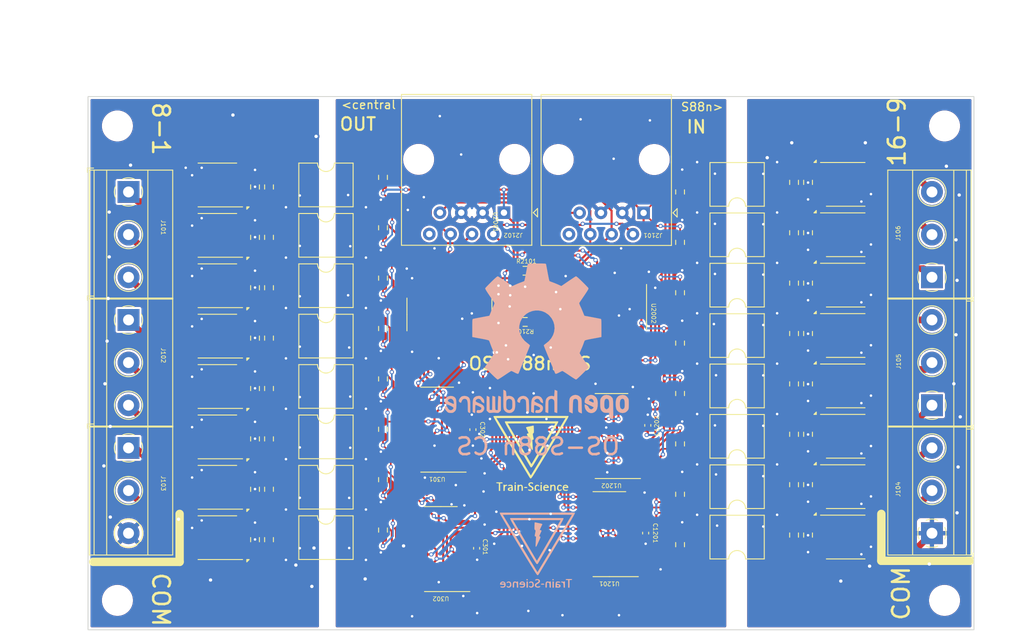
<source format=kicad_pcb>
(kicad_pcb (version 20240108) (generator "pcbnew") (generator_version "8.0")
  (layers (0 "F.Cu" signal) (31 "B.Cu" signal) (34 "B.Paste" user) (35 "F.Paste" user) (36 "B.SilkS" user "B.Silkscreen") (37 "F.SilkS" user "F.Silkscreen") (38 "B.Mask" user) (39 "F.Mask" user) (44 "Edge.Cuts" user))
  (net 0 "")
  (net 1 "Net-(D201-+)")
  (net 2 "GND")
  (net 3 "VCC")
  (net 4 "/CS1/Track")
  (net 5 "Net-(D401-+)")
  (net 6 "/CS2/Track")
  (net 7 "Net-(D501-+)")
  (net 8 "/CS3/Track")
  (net 9 "/CS4/Track")
  (net 10 "Net-(D601-+)")
  (net 11 "/CS5/Track")
  (net 12 "Net-(D701-+)")
  (net 13 "Net-(D801-+)")
  (net 14 "/CS6/Track")
  (net 15 "Net-(D901-+)")
  (net 16 "/CS7/Track")
  (net 17 "/CS8/Track")
  (net 18 "Net-(D1001-+)")
  (net 19 "Net-(D1101-+)")
  (net 20 "/CS9/Track")
  (net 21 "/CS10/Track")
  (net 22 "Net-(D1301-+)")
  (net 23 "/CS11/Track")
  (net 24 "Net-(D1401-+)")
  (net 25 "Net-(D1501-+)")
  (net 26 "/SR-latch1/Q4")
  (net 28 "/SR-latch1/Q2")
  (net 29 "/SR-latch1/Q3")
  (net 30 "/SR-latch1/Q1")
  (net 32 "/SR-latch1/Q6")
  (net 33 "/SR-latch1/Q7")
  (net 34 "/SR-latch1/Q5")
  (net 35 "/SR-latch2/Q4")
  (net 37 "/SR-latch2/Q2")
  (net 38 "/SR-latch2/Q3")
  (net 39 "/SR-latch2/Q1")
  (net 41 "/SR-latch2/Q6")
  (net 42 "/SR-latch2/Q7")
  (net 43 "/SR-latch2/Q5")
  (net 48 "/SR-latch1/Q8")
  (net 49 "/SR-latch2/Q8")
  (net 50 "/RJ45/DATA_IN")
  (net 51 "/RJ45/CLOCK")
  (net 52 "/RJ45/PL")
  (net 53 "/RJ45/RESET")
  (net 55 "Net-(J2101-Pad7)")
  (net 56 "/RJ45/DATA_OUT")
  (net 58 "Net-(Q2101-B)")
  (net 59 "Net-(U2001-Q7)")
  (net 60 "/CS12/Track")
  (net 61 "Net-(D1601-+)")
  (net 62 "/CS13/Track")
  (net 63 "Net-(D1701-+)")
  (net 64 "/CS14/Track")
  (net 65 "/CS15/Track")
  (net 66 "Net-(D1801-+)")
  (net 67 "/CS16/Track")
  (net 68 "Net-(D1901-+)")
  (net 69 "Net-(R203-Pad2)")
  (net 70 "Net-(R403-Pad2)")
  (net 71 "Net-(R503-Pad2)")
  (net 72 "Net-(R603-Pad2)")
  (net 73 "Net-(R703-Pad2)")
  (net 74 "Net-(R803-Pad2)")
  (net 75 "Net-(R903-Pad2)")
  (net 76 "Net-(R1003-Pad2)")
  (net 77 "Net-(R1103-Pad2)")
  (net 78 "Net-(R1303-Pad2)")
  (net 79 "Net-(R1403-Pad2)")
  (net 80 "Net-(R1503-Pad2)")
  (net 81 "Net-(R1603-Pad2)")
  (net 82 "Net-(R1703-Pad2)")
  (net 83 "Net-(R1803-Pad2)")
  (net 84 "Net-(R1903-Pad2)")
  (net 85 "/CS1/TTL")
  (net 86 "/CS2/TTL")
  (net 87 "/CS4/TTL")
  (net 88 "/CS3/TTL")
  (net 89 "/CS7/TTL")
  (net 90 "/CS8/TTL")
  (net 91 "/CS6/TTL")
  (net 92 "/CS5/TTL")
  (net 93 "/CS9/TTL")
  (net 94 "/CS11/TTL")
  (net 95 "/CS12/TTL")
  (net 96 "/CS10/TTL")
  (net 97 "/CS13/TTL")
  (net 98 "/CS16/TTL")
  (net 99 "/CS15/TTL")
  (net 100 "/CS14/TTL")
  (net 101 "/COM1")
  (net 102 "/COM2")
  (footprint "Diode_SMD:Diode_Bridge_Diotec_ABS" (layer "F.Cu") (at 201.433 93.474)
    (property "Reference" "D1601" (hide yes))
    (property "Value" "ABS2")
  )
  (footprint "Diode_SMD:Diode_Bridge_Diotec_ABS" (layer "F.Cu") (at 126.611 87.538 180)
    (property "Reference" "D701" (hide yes))
    (property "Value" "ABS2")
  )
  (footprint "custom_kicad_lib_sk:R_0603_smalltext" (layer "F.Cu") (at 195.285 111.232083 -90)
    (property "Reference" "R1903" (hide yes))
    (property "Value" "47R")
  )
  (footprint "custom_kicad_lib_sk:R_0603_smalltext" (layer "F.Cu") (at 146.333 98.636917 -90)
    (property "Reference" "R501" (hide yes))
    (property "Value" "10k")
  )
  (footprint "custom_kicad_lib_sk:R_0603_smalltext" (layer "F.Cu") (at 132.759 75.779917 90)
    (property "Reference" "R903" (hide yes))
    (property "Value" "47R")
  )
  (footprint "custom_kicad_lib_sk:R_0603_smalltext" (layer "F.Cu") (at 132.759 87.779917 90)
    (property "Reference" "R703" (hide yes))
    (property "Value" "47R")
  )
  (footprint "custom_kicad_lib_sk:R_0603_smalltext" (layer "F.Cu") (at 196.951 87.232083 -90)
    (property "Reference" "R1502" (hide yes))
    (property "Value" "4k7")
  )
  (footprint "custom_kicad_lib_sk:R_0603_smalltext" (layer "F.Cu") (at 146.333 80.636917 -90)
    (property "Reference" "R801" (hide yes))
    (property "Value" "10k")
  )
  (footprint "Diode_SMD:Diode_Bridge_Diotec_ABS" (layer "F.Cu") (at 201.433 87.474)
    (property "Reference" "D1501" (hide yes))
    (property "Value" "ABS2")
  )
  (footprint "Package_TO_SOT_SMD:SOT-23" (layer "F.Cu") (at 163.26 82.804 -90)
    (property "Reference" "Q2101")
    (property "Value" "BC847")
  )
  (footprint "custom_kicad_lib_sk:R_0603_smalltext" (layer "F.Cu") (at 195.285 81.232083 -90)
    (property "Reference" "R1403" (hide yes))
    (property "Value" "47R")
  )
  (footprint "Package_DIP:SMDIP-4_W9.53mm" (layer "F.Cu") (at 188.503 105.474 180)
    (property "Reference" "U1801" (hide yes))
    (property "Value" "EL814")
  )
  (footprint "custom_kicad_lib_sk:R_0603_smalltext" (layer "F.Cu") (at 181.711 76.375083 90)
    (property "Reference" "R1301" (hide yes))
    (property "Value" "10k")
  )
  (footprint "custom_kicad_lib_sk:R_0603_smalltext" (layer "F.Cu") (at 163.26 85.852 180)
    (property "Reference" "R2102")
    (property "Value" "100k")
  )
  (footprint "Capacitor_SMD:C_0402_1005Metric" (layer "F.Cu") (at 177.865 98.171 90)
    (property "Reference" "C1202")
    (property "Value" "100nF")
  )
  (footprint "custom_kicad_lib_sk:R_0603_smalltext" (layer "F.Cu") (at 196.951 99.232083 -90)
    (property "Reference" "R1702" (hide yes))
    (property "Value" "4k7")
  )
  (footprint "custom_kicad_lib_sk:R_0603_smalltext" (layer "F.Cu") (at 181.711 100.375083 90)
    (property "Reference" "R1701" (hide yes))
    (property "Value" "10k")
  )
  (footprint "custom_kicad_lib_sk:R_0603_smalltext" (layer "F.Cu") (at 132.759 93.779917 90)
    (property "Reference" "R603" (hide yes))
    (property "Value" "47R")
  )
  (footprint "TerminalBlock_Phoenix:TerminalBlock_Phoenix_MKDS-1,5-3-5.08_1x03_P5.08mm_Horizontal" (layer "F.Cu") (at 116.028 70.372 -90)
    (property "Reference" "J101")
    (property "Value" "Screw_Terminal_01x03")
  )
  (footprint "custom_kicad_lib_sk:R_0603_smalltext" (layer "F.Cu") (at 196.951 111.232083 -90)
    (property "Reference" "R1902" (hide yes))
    (property "Value" "4k7")
  )
  (footprint "Package_DIP:SMDIP-4_W9.53mm" (layer "F.Cu") (at 188.503 99.474 180)
    (property "Reference" "U1701" (hide yes))
    (property "Value" "EL814")
  )
  (footprint "Package_DIP:SMDIP-4_W9.53mm" (layer "F.Cu") (at 139.541 81.538)
    (property "Reference" "U801" (hide yes))
    (property "Value" "EL814")
  )
  (footprint "custom_kicad_lib_sk:R_0603_smalltext" (layer "F.Cu") (at 146.333 86.636917 -90)
    (property "Reference" "R701" (hide yes))
    (property "Value" "10k")
  )
  (footprint "custom_kicad_lib_sk:R_0603_smalltext" (layer "F.Cu") (at 195.285 87.232083 -90)
    (property "Reference" "R1503" (hide yes))
    (property "Value" "47R")
  )
  (footprint "Diode_SMD:Diode_Bridge_Diotec_ABS" (layer "F.Cu") (at 201.433 105.474)
    (property "Reference" "D1801" (hide yes))
    (property "Value" "ABS2")
  )
  (footprint "custom_kicad_lib_sk:R_0603_smalltext" (layer "F.Cu") (at 195.285 99.232083 -90)
    (property "Reference" "R1703" (hide yes))
    (property "Value" "47R")
  )
  (footprint "Package_DIP:SMDIP-4_W9.53mm" (layer "F.Cu") (at 188.503 75.474 180)
    (property "Reference" "U1301" (hide yes))
    (property "Value" "EL814")
  )
  (footprint "TerminalBlock_Phoenix:TerminalBlock_Phoenix_MKDS-1,5-3-5.08_1x03_P5.08mm_Horizontal" (layer "F.Cu") (at 116.028 100.852 -90)
    (property "Reference" "J103")
    (property "Value" "Screw_Terminal_01x03")
  )
  (footprint "Diode_SMD:Diode_Bridge_Diotec_ABS" (layer "F.Cu") (at 126.611 99.538 180)
    (property "Reference" "D501" (hide yes))
    (property "Value" "ABS2")
  )
  (footprint "Package_DIP:SMDIP-4_W9.53mm" (layer "F.Cu") (at 188.503 69.474 180)
    (property "Reference" "U1101" (hide yes))
    (property "Value" "EL814")
  )
  (footprint "custom_kicad_lib_sk:R_0603_smalltext" (layer "F.Cu") (at 131.093 87.779917 90)
    (property "Reference" "R702" (hide yes))
    (property "Value" "4k7")
  )
  (footprint "MountingHole:MountingHole_3.2mm_M3" (layer "F.Cu") (at 213.206 62.512 180)
    (property "Reference" "REF**" (hide yes))
    (property "Value" "MountingHole_3.2mm_M3")
  )
  (footprint "custom_kicad_lib_sk:R_0603_smalltext" (layer "F.Cu") (at 181.711 88.375083 90)
    (property "Reference" "R1501" (hide yes))
    (property "Value" "10k")
  )
  (footprint "custom_kicad_lib_sk:R_0603_smalltext" (layer "F.Cu") (at 131.093 93.779917 90)
    (property "Reference" "R602" (hide yes))
    (property "Value" "4k7")
  )
  (footprint "custom_kicad_lib_sk:R_0603_smalltext" (layer "F.Cu") (at 146.333 68.636917 -90)
    (property "Reference" "R1001" (hide yes))
    (property "Value" "10k")
  )
  (footprint "custom_kicad_lib_sk:R_0603_smalltext" (layer "F.Cu") (at 132.759 81.779917 90)
    (property "Reference" "R803" (hide yes))
    (property "Value" "47R")
  )
  (footprint "custom_kicad_lib_sk:R_0603_smalltext" (layer "F.Cu") (at 146.333 74.636917 -90)
    (property "Reference" "R901" (hide yes))
    (property "Value" "10k")
  )
  (footprint "Package_DIP:SMDIP-4_W9.53mm" (layer "F.Cu") (at 139.541 99.538)
    (property "Reference" "U501" (hide yes))
    (property "Value" "EL814")
  )
  (footprint "custom_kicad_lib_sk:R_0603_smalltext" (layer "F.Cu") (at 132.759 111.779917 90)
    (property "Reference" "R203" (hide yes))
    (property "Value" "47R")
  )
  (footprint "custom_kicad_lib_sk:R_0603_smalltext" (layer "F.Cu") (at 146.333 104.636917 -90)
    (property "Reference" "R401" (hide yes))
    (property "Value" "10k")
  )
  (footprint "TerminalBlock_Phoenix:TerminalBlock_Phoenix_MKDS-1,5-3-5.08_1x03_P5.08mm_Horizontal" (layer "F.Cu") (at 211.706 111.012 90)
    (property "Reference" "J104")
    (property "Value" "Screw_Terminal_01x03")
  )
  (footprint "custom_kicad_lib_sk:R_0603_smalltext" (layer "F.Cu") (at 196.951 93.232083 -90)
    (property "Reference" "R1602" (hide yes))
    (property "Value" "4k7")
  )
  (footprint "Connector_RJ:RJ45_Amphenol_54602-x08_Horizontal" (layer "F.Cu") (at 160.736 72.842 180)
    (property "Reference" "J2102")
    (property "Value" "RJ45")
  )
  (footprint "Diode_SMD:Diode_Bridge_Diotec_ABS" (layer "F.Cu") (at 126.611 111.538 180)
    (property "Reference" "D201" (hide yes))
    (property "Value" "ABS2")
  )
  (footprint "custom_kicad_lib_sk:R_0603_smalltext" (layer "F.Cu") (at 146.333 92.636917 -90)
    (property "Reference" "R601" (hide yes))
    (property "Value" "10k")
  )
  (footprint "TerminalBlock_Phoenix:TerminalBlock_Phoenix_MKDS-1,5-3-5.08_1x03_P5.08mm_Horizontal" (layer "F.Cu") (at 116.028 85.612 -90)
    (property "Reference" "J102")
    (property "Value" "Screw_Terminal_01x03")
  )
  (footprint "Capacitor_SMD:C_0402_1005Metric" (layer "F.Cu") (at 177.611 110.998 -90)
    (property "Reference" "C1201")
    (property "Value" "100nF")
  )
  (footprint "Capacitor_SMD:C_0402_1005Metric" (layer "F.Cu") (at 157.482999 112.803999 -90)
    (property "Reference" "C301")
    (property "Value" "100nF")
  )
  (footprint "custom_kicad_lib_sk:R_0603_smalltext" (layer "F.Cu") (at 163.26 79.756)
    (property "Reference" "R2101")
    (property "Value" "4k7")
  )
  (footprint "custom_kicad_lib_sk:R_0603_smalltext" (layer "F.Cu") (at 131.093 69.779917 90)
    (property "Reference" "R1002" (hide yes))
    (property "Value" "4k7")
  )
  (footprint "Package_SO:SOIC-16_3.9x9.9mm_P1.27mm" (layer "F.Cu") (at 173.547 99.441 180)
    (property "Reference" "U1202")
    (property "Value" "~")
  )
  (footprint "MountingHole:MountingHole_3.2mm_M3" (layer "F.Cu") (at 114.706 119.012 180)
    (property "Reference" "REF**" (hide yes))
    (property "Value" "MountingHole_3.2mm_M3")
  )
  (footprint "Diode_SMD:Diode_Bridge_Diotec_ABS" (layer "F.Cu") (at 126.611 105.538 180)
    (property "Reference" "D401" (hide yes))
    (property "Value" "ABS2")
  )
  (footprint "Diode_SMD:Diode_Bridge_Diotec_ABS" (layer "F.Cu") (at 126.611 75.538 180)
    (property "Reference" "D901" (hide yes))
    (property "Value" "ABS2")
  )
  (footprint "Diode_SMD:Diode_Bridge_Diotec_ABS" (layer "F.Cu") (at 126.611 93.538 180)
    (property "Reference" "D601" (hide yes))
    (property "Value" "ABS2")
  )
  (footprint "custom_kicad_lib_sk:R_0603_smalltext" (layer "F.Cu") (at 131.093 111.779917 90)
    (property "Reference" "R202" (hide yes))
    (property "Value" "4k7")
  )
  (footprint "Diode_SMD:Diode_Bridge_Diotec_ABS" (layer "F.Cu") (at 201.433 99.474)
    (property "Reference" "D1701" (hide yes))
    (property "Value" "ABS2")
  )
  (footprint "Package_DIP:SMDIP-4_W9.53mm" (layer "F.Cu") (at 188.503 111.474 180)
    (property "Reference" "U1901" (hide yes))
    (property "Value" "EL814")
  )
  (footprint "Diode_SMD:Diode_Bridge_Diotec_ABS" (layer "F.Cu") (at 201.433 69.474)
    (property "Reference" "D1101" (hide yes))
    (property "Value" "ABS2")
  )
  (footprint "Package_SO:SOIC-16_3.9x9.9mm_P1.27mm" (layer "F.Cu") (at 173.293 111.125 180)
    (property "Reference" "U1201")
    (property "Value" "~")
  )
  (footprint "custom_kicad_lib_sk:R_0603_smalltext" (layer "F.Cu") (at 131.093 81.779917 90)
    (property "Reference" "R802" (hide yes))
    (property "Value" "4k7")
  )
  (footprint "custom_kicad_lib_sk:R_0603_smalltext" (layer "F.Cu") (at 132.759 69.779917 90)
    (property "Reference" "R1003" (hide yes))
    (property "Value" "47R")
  )
  (footprint "custom_kicad_lib_sk:Train-Science logo small" (layer "F.Cu") (at 164.022 101.6)
    (property "Reference" "G***" (hide yes))
    (property "Value" "LOGO" (hide yes))
  )
  (footprint "custom_kicad_lib_sk:R_0603_smalltext" (layer "F.Cu") (at 181.711 82.375083 90)
    (property "Reference" "R1401" (hide yes))
    (property "Value" "10k")
  )
  (footprint "Package_DIP:SMDIP-4_W9.53mm" (layer "F.Cu") (at 139.541 105.538)
    (property "Reference" "U401" (hide yes))
    (property "Value" "EL814")
  )
  (footprint "custom_kicad_lib_sk:R_0603_smalltext" (layer "F.Cu") (at 195.285 69.232083 -90)
    (property "Reference" "R1103" (hide yes))
    (property "Value" "47R")
  )
  (footprint "Package_DIP:SMDIP-4_W9.53mm" (layer "F.Cu") (at 188.503 87.474 180)
    (property "Reference" "U1501" (hide yes))
    (property "Value" "EL814")
  )
  (footprint "Package_DIP:SMDIP-4_W9.53mm" (layer "F.Cu") (at 139.541 87.538)
    (property "Reference" "U701" (hide yes))
    (property "Value" "EL814")
  )
  (footprint "Package_DIP:SMDIP-4_W9.53mm" (layer "F.Cu") (at 188.503 93.474 180)
    (property "Reference" "U1601" (hide yes))
    (property "Value" "EL814")
  )
  (footprint "Package_DIP:SMDIP-4_W9.53mm" (layer "F.Cu") (at 139.541 75.538)
    (property "Reference" "U901" (hide yes))
    (property "Value" "EL814")
  )
  (footprint "custom_kicad_lib_sk:R_0603_smalltext" (layer "F.Cu") (at 146.333 110.636917 -90)
    (property "Reference" "R201" (hide yes))
    (property "Value" "10k")
  )
  (footprint "Package_SO:SOIC-16_3.9x9.9mm_P1.27mm" (layer "F.Cu") (at 152.781 98.679 180)
    (property "Reference" "U301")
    (property "Value" "~")
  )
  (footprint "Connector_RJ:RJ45_Amphenol_54602-x08_Horizontal" (layer "F.Cu") (at 177.366 72.862 180)
    (property "Reference" "J2101")
    (property "Value" "RJ45")
  )
  (footprint "MountingHole:MountingHole_3.2mm_M3" (layer "F.Cu") (at 213.206 119.012 180)
    (property "Reference" "REF**" (hide yes))
    (property "Value" "MountingHole_3.2mm_M3")
  )
  (footprint "Package_DIP:SMDIP-4_W9.53mm" (layer "F.Cu") (at 188.503 81.474 180)
    (property "Reference" "U1401" (hide yes))
    (property "Value" "EL814")
  )
  (footprint "Package_DIP:SMDIP-4_W9.53mm" (layer "F.Cu") (at 139.541 69.538)
    (property "Reference" "U1001" (hide yes))
    (property "Value" "EL814")
  )
  (footprint "TerminalBlock_Phoenix:TerminalBlock_Phoenix_MKDS-1,5-3-5.08_1x03_P5.08mm_Horizontal" (layer "F.Cu") (at 211.706 80.532 90)
    (property "Reference" "J106")
    (property "Value" "Screw_Terminal_01x03")
  )
  (footprint "custom_kicad_lib_sk:R_0603_smalltext" (layer "F.Cu") (at 181.711 70.375083 90)
    (property "Reference" "R1101" (hide yes))
    (property "Value" "10k")
  )
  (footprint "custom_kicad_lib_sk:R_0603_smalltext" (layer "F.Cu") (at 196.951 81.232083 -90)
    (property "Reference" "R1402" (hide yes))
    (property "Value" "4k7")
  )
  (footprint "Diode_SMD:Diode_Bridge_Diotec_ABS" (layer "F.Cu") (at 201.433 111.474)
    (property "Reference" "D1901" (hide yes))
    (property "Value" "ABS2")
  )
  (footprint "Package_DIP:SMDIP-4_W9.53mm" (layer "F.Cu") (at 139.541 111.538)
    (property "Reference" "U201" (hide yes))
    (property "Value" "EL814")
  )
  (footprint "custom_kicad_lib_sk:R_0603_smalltext" (layer "F.Cu") (at 131.093 105.779917 90)
    (property "Reference" "R402" (hide yes))
    (property "Value" "4k7")
  )
  (footprint "custom_kicad_lib_sk:R_0603_smalltext" (layer "F.Cu") (at 132.759 105.779917 90)
    (property "Reference" "R403" (hide yes))
    (property "Value" "47R")
  )
  (footprint "custom_kicad_lib_sk:R_0603_smalltext" (layer "F.Cu") (at 196.951 69.232083 -90)
    (property "Reference" "R1102" (hide yes))
    (property "Value" "4k7")
  )
  (footprint "custom_kicad_lib_sk:R_0603_smalltext" (layer "F.Cu") (at 131.093 75.779917 90)
    (property "Reference" "R902" (hide yes))
    (property "Value" "4k7")
  )
  (footprint "custom_kicad_lib_sk:R_0603_smalltext" (layer "F.Cu") (at 195.285 105.232083 -90)
    (property "Reference" "R1803" (hide yes))
    (property "Value" "47R")
  )
  (footprint "custom_kicad_lib_sk:R_0603_smalltext" (layer "F.Cu") (at 181.711 106.375083 90)
    (property "Reference" "R1801" (hide yes))
    (property "Value" "10k")
  )
  (footprint "custom_kicad_lib_sk:R_0603_smalltext" (layer "F.Cu") (at 132.759 99.779917 90)
    (property "Reference" "R503" (hide yes))
    (property "Value" "47R")
  )
  (footprint "custom_kicad_lib_sk:R_0603_smalltext" (layer "F.Cu") (at 181.711 112.375083 90)
    (property "Reference" "R1901" (hide yes))
    (property "Value" "10k")
  )
  (footprint "Package_SO:SOIC-16_3.9x9.9mm_P1.27mm" (layer "F.Cu") (at 153.227 112.903 180)
    (property "Reference" "U302")
    (property "Value" "~")
  )
  (footprint "custom_kicad_lib_sk:R_0603_smalltext" (layer "F.Cu") (at 195.285 93.232083 -90)
    (property "Reference" "R1603" (hide yes))
    (property "Value" "47R")
  )
  (footprint "custom_kicad_lib_sk:R_0603_smalltext" (layer "F.Cu") (at 196.951 75.232083 -90)
    (property "Reference" "R1302" (hide yes))
    (property "Value" "4k7")
  )
  (footprint "custom_kicad_lib_sk:R_0603_smalltext" (layer "F.Cu") (at 196.951 105.232083 -90)
    (property "Reference" "R1802" (hide yes))
    (property "Value" "4k7")
  )
  (footprint "Diode_SMD:Diode_Bridge_Diotec_ABS" (layer "F.Cu") (at 201.433 75.474)
    (property "Reference" "D1301" (hide yes))
    (property "Value" "ABS2")
  )
  (footprint "Package_DIP:SMDIP-4_W9.53mm" (layer "F.Cu") (at 139.541 93.538)
    (property "Reference" "U601" (hide yes))
    (property "Value" "EL814")
  )
  (footprint "Package_SO:SOIC-16_3.9x9.9mm_P1.27mm" (layer "F.Cu") (at 154.243 84.963 -90)
    (property "Reference" "U2001")
    (property "Value" "4014")
  )
  (footprint "MountingHole:MountingHole_3.2mm_M3" (layer "F.Cu") (at 114.706 62.512 180)
    (property "Reference" "REF**" (hide yes))
    (property "Value" "MountingHole_3.2mm_M3")
  )
  (footprint "custom_kicad_lib_sk:R_0603_smalltext" (layer "F.Cu") (at 131.093 99.779917 90)
    (property "Reference" "R502" (hide yes))
    (property "Value" "4k7")
  )
  (footprint "Diode_SMD:Diode_Bridge_Diotec_ABS" (layer "F.Cu") (at 126.611 81.538 180)
    (property "Reference" "D801" (hide yes))
    (property "Value" "ABS2")
  )
  (footprint "Package_SO:SOIC-16_3.9x9.9mm_P1.27mm" (layer "F.Cu") (at 172.658 84.836 -90)
    (property "Reference" "U2002")
    (property "Value" "4014")
  )
  (footprint "TerminalBlock_Phoenix:TerminalBlock_Phoenix_MKDS-1,5-3-5.08_1x03_P5.08mm_Horizontal" (layer "F.Cu") (at 211.706 95.772 90)
    (property "Reference" "J105")
    (property "Value" "Screw_Terminal_01x03")
  )
  (footprint "Capacitor_SMD:C_0402_1005Metric" (layer "F.Cu") (at 157.036999 98.679 -90)
    (property "Reference" "C302")
    (property "Value" "100nF")
  )
  (footprint "custom_kicad_lib_sk:R_0603_smalltext" (layer "F.Cu") (at 195.285 75.232083 -90)
    (property "Reference" "R1303" (hide yes))
    (property "Value" "47R")
  )
  (footprint "Diode_SMD:Diode_Bridge_Diotec_ABS" (layer "F.Cu") (at 126.611 69.538 180)
    (property "Reference" "D1001" (hide yes))
    (property "Value" "ABS2")
  )
  (footprint "Diode_SMD:Diode_Bridge_Diotec_ABS" (layer "F.Cu") (at 201.433 81.474)
    (property "Reference" "D1401" (hide yes))
    (property "Value" "ABS2")
  )
  (footprint "custom_kicad_lib_sk:R_0603_smalltext" (layer "F.Cu") (at 181.711 94.375083 90)
    (property "Reference" "R1601" (hide yes))
    (property "Value" "10k")
  )
  (footprint "custom_kicad_lib_sk:Train-Science logo small" (layer "B.Cu") (at 164.649584 113.117945 180)
    (property "Reference" "G***" (hide yes))
    (property "Value" "LOGO" (hide yes))
  )
  (footprint "Symbol:OSHW-Logo2_24.3x20mm_SilkScreen" (layer "B.Cu") (at 164.657 88.138 180)
    (property "Reference" "REF**" (hide yes))
    (property "Value" "OSHW-Logo2_24.3x20mm_SilkScreen" (hide yes))
  )
  (gr_line (start 111.825 114.427) (end 122.112 114.427) (stroke (width 1)) (layer "F.SilkS"))
  (gr_line (start 205.678 108.712) (end 205.678 114.3) (stroke (width 1)) (layer "F.SilkS"))
  (gr_line (start 205.678 114.3) (end 216.219 114.3) (stroke (width 1)) (layer "F.SilkS"))
  (gr_line (start 122.112 108.712) (end 122.112 114.427) (stroke (width 1)) (layer "F.SilkS"))
  (gr_rect (start 111.206 59.012) (end 216.706 122.512) (stroke (width 0.1)) (fill none) (layer "Edge.Cuts"))
  (gr_text "OS-S88n CS" (at 164.784 101.854 0) (layer "B.SilkS") (effects (font (size 2 2) (thickness 0.3)) (justify bottom mirror)))
  (gr_text "16-9" (at 208.706 67.512 90) (layer "F.SilkS") (effects (font (size 2 2) (thickness 0.3)) (justify left bottom)))
  (gr_text "OS-S88n CS" (at 163.83 91.694 0) (layer "F.SilkS") (effects (font (size 1.5 1.5) (thickness 0.25) (bold yes)) (justify bottom)))
  (gr_text "COM" (at 118.706 115.532224 -90) (layer "F.SilkS") (effects (font (size 2 2) (thickness 0.3)) (justify left bottom)))
  (gr_text "8-1" (at 118.706 59.512 -90) (layer "F.SilkS") (effects (font (size 2 2) (thickness 0.3)) (justify left bottom)))
  (gr_text "IN" (at 183.642 63.5 0) (layer "F.SilkS") (effects (font (size 1.5 1.5) (thickness 0.25) (bold yes)) (justify bottom)))
  (gr_text "OUT" (at 143.346 63.17 0) (layer "F.SilkS") (effects (font (size 1.5 1.5) (thickness 0.25) (bold yes)) (justify bottom)))
  (gr_text "<central" (at 141.286 60.579 0) (layer "F.SilkS") (effects (font (size 1 1)) (justify left bottom)))
  (gr_text "S88n>" (at 181.737 60.833 0) (layer "F.SilkS") (effects (font (size 1 1)) (justify left bottom)))
  (gr_text "COM" (at 209.206 121.566 90) (layer "F.SilkS") (effects (font (size 2 2) (thickness 0.3)) (justify left bottom)))
  (segment (start 129.586 113.538) (end 129.586 109.538) (width 0.8) (layer "F.Cu") (net 1))
  (segment (start 144.306 106.808) (end 145.583083 106.808) (width 0.2) (layer "F.Cu") (net 2))
  (segment (start 183.738 110.204) (end 183.738 108.824083) (width 0.2) (layer "F.Cu") (net 2))
  (segment (start 144.306 102.187917) (end 144.301 102.192917) (width 0.2) (layer "F.Cu") (net 2))
  (segment (start 144.306 100.808) (end 145.583083 100.808) (width 0.2) (layer "F.Cu") (net 2))
  (segment (start 145.583083 94.808) (end 146.079 95.303917) (width 0.2) (layer "F.Cu") (net 2))
  (segment (start 144.306 84.187917) (end 144.301 84.192917) (width 0.2) (layer "F.Cu") (net 2))
  (segment (start 145.583083 106.808) (end 146.079 107.303917) (width 0.2) (layer "F.Cu") (net 2))
  (segment (start 145.583083 82.808) (end 146.079 83.303917) (width 0.2) (layer "F.Cu") (net 2))
  (segment (start 183.738 74.204) (end 183.738 72.824083) (width 0.2) (layer "F.Cu") (net 2))
  (segment (start 144.306 70.808) (end 145.583083 70.808) (width 0.2) (layer "F.Cu") (net 2))
  (segment (start 144.306 88.808) (end 145.583083 88.808) (width 0.2) (layer "F.Cu") (net 2))
  (segment (start 145.583083 100.808) (end 146.079 101.303917) (width 0.2) (layer "F.Cu") (net 2))
  (segment (start 144.306 112.808) (end 144.306 114.187917) (width 0.2) (layer "F.Cu") (net 2))
  (segment (start 183.738 108.824083) (end 183.743 108.819083) (width 0.2) (layer "F.Cu") (net 2))
  (segment (start 183.738 104.204) (end 183.738 102.824083) (width 0.2) (layer "F.Cu") (net 2))
  (segment (start 182.460917 110.204) (end 181.965 109.708083) (width 0.2) (layer "F.Cu") (net 2))
  (segment (start 144.306 70.808) (end 144.306 72.187917) (width 0.2) (layer "F.Cu") (net 2))
  (segment (start 182.460917 92.204) (end 181.965 91.708083) (width 0.2) (layer "F.Cu") (net 2))
  (segment (start 145.583083 76.808) (end 146.079 77.303917) (width 0.2) (layer "F.Cu") (net 2))
  (segment (start 144.306 94.808) (end 144.306 96.187917) (width 0.2) (layer "F.Cu") (net 2))
  (segment (start 182.460917 80.204) (end 181.965 79.708083) (width 0.2) (layer "F.Cu") (net 2))
  (segment (start 144.306 78.187917) (end 144.301 78.192917) (width 0.2) (layer "F.Cu") (net 2))
  (segment (start 145.583083 112.808) (end 146.079 113.303917) (width 0.2) (layer "F.Cu") (net 2))
  (segment (start 183.738 74.204) (end 182.460917 74.204) (width 0.2) (layer "F.Cu") (net 2))
  (segment (start 183.738 68.204) (end 182.460917 68.204) (width 0.2) (layer "F.Cu") (net 2))
  (segment (start 183.738 86.204) (end 183.738 84.824083) (width 0.2) (layer "F.Cu") (net 2))
  (segment (start 144.306 90.187917) (end 144.301 90.192917) (width 0.2) (layer "F.Cu") (net 2))
  (segment (start 183.738 84.824083) (end 183.743 84.819083) (width 0.2) (layer "F.Cu") (net 2))
  (segment (start 183.738 86.204) (end 182.460917 86.204) (width 0.2) (layer "F.Cu") (net 2))
  (segment (start 182.460917 86.204) (end 181.965 85.708083) (width 0.2) (layer "F.Cu") (net 2))
  (segment (start 183.738 80.204) (end 182.460917 80.204) (width 0.2) (layer "F.Cu") (net 2))
  (segment (start 183.738 98.204) (end 182.460917 98.204) (width 0.2) (layer "F.Cu") (net 2))
  (segment (start 144.306 112.808) (end 145.583083 112.808) (width 0.2) (layer "F.Cu") (net 2))
  (segment (start 183.738 90.824083) (end 183.743 90.819083) (width 0.2) (layer "F.Cu") (net 2))
  (segment (start 182.460917 98.204) (end 181.965 97.708083) (width 0.2) (layer "F.Cu") (net 2))
  (segment (start 144.306 76.808) (end 144.306 78.187917) (width 0.2) (layer "F.Cu") (net 2))
  (segment (start 144.306 100.808) (end 144.306 102.187917) (width 0.2) (layer "F.Cu") (net 2))
  (segment (start 183.738 102.824083) (end 183.743 102.819083) (width 0.2) (layer "F.Cu") (net 2))
  (segment (start 183.738 68.204) (end 183.738 66.824083) (width 0.2) (layer "F.Cu") (net 2))
  (segment (start 182.460917 68.204) (end 181.965 67.708083) (width 0.2) (layer "F.Cu") (net 2))
  (segment (start 183.738 98.204) (end 183.738 96.824083) (width 0.2) (layer "F.Cu") (net 2))
  (segment (start 183.738 110.204) (end 182.460917 110.204) (width 0.2) (layer "F.Cu") (net 2))
  (segment (start 144.306 82.808) (end 144.306 84.187917) (width 0.2) (layer "F.Cu") (net 2))
  (segment (start 144.306 76.808) (end 145.583083 76.808) (width 0.2) (layer "F.Cu") (net 2))
  (segment (start 183.738 72.824083) (end 183.743 72.819083) (width 0.2) (layer "F.Cu") (net 2))
  (segment (start 144.306 106.808) (end 144.306 108.187917) (width 0.2) (layer "F.Cu") (net 2))
  (segment (start 145.583083 70.808) (end 146.079 71.303917) (width 0.2) (layer "F.Cu") (net 2))
  (segment (start 183.738 80.204) (end 183.738 78.824083) (width 0.2) (layer "F.Cu") (net 2))
  (segment (start 183.738 104.204) (end 182.460917 104.204) (width 0.2) (layer "F.Cu") (net 2))
  (segment (start 144.306 94.808) (end 145.583083 94.808) (width 0.2) (layer "F.Cu") (net 2))
  (segment (start 183.738 78.824083) (end 183.743 78.819083) (width 0.2) (layer "F.Cu") (net 2))
  (segment (start 144.306 108.187917) (end 144.301 108.192917) (width 0.2) (layer "F.Cu") (net 2))
  (segment (start 144.306 82.808) (end 145.583083 82.808) (width 0.2) (layer "F.Cu") (net 2))
  (segment (start 183.738 96.824083) (end 183.743 96.819083) (width 0.2) (layer "F.Cu") (net 2))
  (segment (start 182.460917 104.204) (end 181.965 103.708083) (width 0.2) (layer "F.Cu") (net 2))
  (segment (start 183.738 66.824083) (end 183.743 66.819083) (width 0.2) (layer "F.Cu") (net 2))
  (segment (start 144.306 96.187917) (end 144.301 96.192917) (width 0.2) (layer "F.Cu") (net 2))
  (segment (start 145.583083 88.808) (end 146.079 89.303917) (width 0.2) (layer "F.Cu") (net 2))
  (segment (start 183.738 92.204) (end 183.738 90.824083) (width 0.2) (layer "F.Cu") (net 2))
  (segment (start 183.738 92.204) (end 182.460917 92.204) (width 0.2) (layer "F.Cu") (net 2))
  (segment (start 144.306 88.808) (end 144.306 90.187917) (width 0.2) (layer "F.Cu") (net 2))
  (segment (start 144.306 72.187917) (end 144.301 72.192917) (width 0.2) (layer "F.Cu") (net 2))
  (segment (start 144.306 114.187917) (end 144.301 114.192917) (width 0.2) (layer "F.Cu") (net 2))
  (segment (start 182.460917 74.204) (end 181.965 73.708083) (width 0.2) (layer "F.Cu") (net 2))
  (via (at 166.308 88.9) (size 0.5) (drill 0.3) (layers "F.Cu" "B.Cu") (net 2))
  (via (at 163.641 120.269) (size 0.5) (drill 0.3) (layers "F.Cu" "B.Cu") (net 2))
  (via (at 181.965 85.708083) (size 0.5) (drill 0.3) (layers "F.Cu" "B.Cu") (net 2))
  (via (at 157.037 94.234) (size 0.5) (drill 0.3) (layers "F.Cu" "B.Cu") (net 2))
  (via (at 163.26 81.661) (size 0.5) (drill 0.3) (layers "F.Cu" "B.Cu") (net 2))
  (via (at 152.973 90.17) (size 0.5) (drill 0.3) (layers "F.Cu" "B.Cu") (net 2))
  (via (at 181.965 67.708083) (size 0.5) (drill 0.3) (layers "F.Cu" "B.Cu") (net 2))
  (via (at 142.432 100.838) (size 0.5) (drill 0.3) (layers "F.Cu" "B.Cu") (net 2))
  (via (at 155.64 65.913) (size 0.5) (drill 0.3) (layers "F.Cu" "B.Cu") (net 2))
  (via (at 142.305 88.9) (size 0.5) (drill 0.3) (layers "F.Cu" "B.Cu") (net 2))
  (via (at 144.301 90.192917) (size 0.5) (drill 0.3) (layers "F.Cu" "B.Cu") (net 2))
  (via (at 149.29 72.517) (size 0.5) (drill 0.3) (layers "F.Cu" "B.Cu") (net 2))
  (via (at 158.053 102.108) (size 0.5) (drill 0.3) (layers "F.Cu" "B.Cu") (net 2))
  (via (at 164.276 89.789) (size 0.5) (drill 0.3) (layers "F.Cu" "B.Cu") (net 2))
  (via (at 183.743 108.819083) (size 0.5) (drill 0.3) (layers "F.Cu" "B.Cu") (net 2))
  (via (at 165.8 97.409) (size 0.5) (drill 0.3) (layers "F.Cu" "B.Cu") (net 2))
  (via (at 165.927 100.584) (size 0.5) (drill 0.3) (layers "F.Cu" "B.Cu") (net 2))
  (via (at 183.743 72.819083) (size 0.5) (drill 0.3) (layers "F.Cu" "B.Cu") (net 2))
  (via (at 152.465 100.584) (size 0.5) (drill 0.3) (layers "F.Cu" "B.Cu") (net 2))
  (via (at 152.973 116.84) (size 0.5) (drill 0.3) (layers "F.Cu" "B.Cu") (net 2))
  (via (at 185.866 74.168) (size 0.5) (drill 0.3) (layers "F.Cu" "B.Cu") (net 2))
  (via (at 163.768 101.092) (size 0.5) (drill 0.3) (layers "F.Cu" "B.Cu") (net 2))
  (via (at 167.451 84.328) (size 0.5) (drill 0.3) (layers "F.Cu" "B.Cu") (net 2))
  (via (at 160.974 88.646) (size 0.5) (drill 0.3) (layers "F.Cu" "B.Cu") (net 2))
  (via (at 181.965 103.708083) (size 0.5) (drill 0.3) (layers "F.Cu" "B.Cu") (net 2))
  (via (at 159.577 112.268) (size 0.5) (drill 0.3) (layers "F.Cu" "B.Cu") (net 2))
  (via (at 166.943 82.296) (size 0.5) (drill 0.3) (layers "F.Cu" "B.Cu") (net 2))
  (via (at 142.178 82.677) (size 0.5) (drill 0.3) (layers "F.Cu" "B.Cu") (net 2))
  (via (at 183.743 96.819083) (size 0.5) (drill 0.3) (layers "F.Cu" "B.Cu") (net 2))
  (via (at 163.514 96.647) (size 0.5) (drill 0.3) (layers "F.Cu" "B.Cu") (net 2))
  (via (at 168.086 80.391) (size 0.5) (drill 0.3) (layers "F.Cu" "B.Cu") (net 2))
  (via (at 172.912 98.425) (size 0.5) (drill 0.3) (layers "F.Cu" "B.Cu") (net 2))
  (via (at 173.928 80.01) (size 0.5) (drill 0.3) (layers "F.Cu" "B.Cu") (net 2))
  (via (at 173.039 103.759) (size 0.5) (drill 0.3) (layers "F.Cu" "B.Cu") (net 2))
  (via (at 161.228 90.297) (size 0.5) (drill 0.3) (layers "F.Cu" "B.Cu") (net 2))
  (via (at 144.301 102.192917) (size 0.5) (drill 0.3) (layers "F.Cu" "B.Cu") (net 2))
  (via (at 156.91 96.901) (size 0.5) (drill 0.3) (layers "F.Cu" "B.Cu") (net 2))
  (via (at 174.69 77.089) (size 0.5) (drill 0.3) (layers "F.Cu" "B.Cu") (net 2))
  (via (at 157.545 114.173) (size 0.5) (drill 0.3) (layers "F.Cu" "B.Cu") (net 2))
  (via (at 185.739 86.106) (size 0.5) (drill 0.3) (layers "F.Cu" "B.Cu") (net 2))
  (via (at 176.087 93.599) (size 0.5) (drill 0.3) (layers "F.Cu" "B.Cu") (net 2))
  (via (at 144.301 84.192917) (size 0.5) (drill 0.3) (layers "F.Cu" "B.Cu") (net 2))
  (via (at 142.432 76.835) (size 0.5) (drill 0.3) (layers "F.Cu" "B.Cu") (net 2))
  (via (at 151.195 70.993) (size 0.5) (drill 0.3) (layers "F.Cu" "B.Cu") (net 2))
  (via (at 157.037 100.584) (size 0.5) (drill 0.3) (layers "F.Cu" "B.Cu") (net 2))
  (via (at 158.434 109.982) (size 0.5) (drill 0.3) (layers "F.Cu" "B.Cu") (net 2))
  (via (at 159.069 93.726) (size 0.5) (drill 0.3) (layers "F.Cu" "B.Cu") (net 2))
  (via (at 175.706 84.328) (size 0.5) (drill 0.3) (layers "F.Cu" "B.Cu") (net 2))
  (via (at 156.91 84.836) (size 0.5) (drill 0.3) (layers "F.Cu" "B.Cu") (net 2))
  (via (at 177.484 106.172) (size 0.5) (drill 0.3) (layers "F.Cu" "B.Cu") (net 2))
  (via (at 160.085 81.534) (size 0.5) (drill 0.3) (layers "F.Cu" "B.Cu") (net 2))
  (via (at 155.894 118.491) (size 0.5) (drill 0.3) (layers "F.Cu" "B.Cu") (net 2))
  (via (at 144.301 78.192917) (size 0.5) (drill 0.3) (layers "F.Cu" "B.Cu") (net 2))
  (via (at 166.181 113.03) (size 0.5) (drill 0.3) (layers "F.Cu" "B.Cu") (net 2))
  (via (at 152.465 77.089) (size 0.5) (drill 0.3) (layers "F.Cu" "B.Cu") (net 2))
  (via (at 185.993 92.202) (size 0.5) (drill 0.3) (layers "F.Cu" "B.Cu") (net 2))
  (via (at 178.119 61.849) (size 0.5) (drill 0.3) (layers "F.Cu" "B.Cu") (net 2))
  (via (at 163.768 109.347) (size 0.5) (drill 0.3) (layers "F.Cu" "B.Cu") (net 2))
  (via (at 177.992 79.883) (size 0.5) (drill 0.3) (layers "F.Cu" "B.Cu") (net 2))
  (via (at 142.432 94.742) (size 0.5) (drill 0.3) (layers "F.Cu" "B.Cu") (net 2))
  (via (at 146.079 95.303917) (size 0.5) (drill 0.3) (layers "F.Cu" "B.Cu") (net 2))
  (via (at 159.831 108.458) (size 0.5) (drill 0.3) (layers "F.Cu" "B.Cu") (net 2))
  (via (at 146.079 83.303917) (size 0.5) (drill 0.3) (layers "F.Cu" "B.Cu") (net 2))
  (via (at 155.767 85.471) (size 0.5) (drill 0.3) (layers "F.Cu" "B.Cu") (net 2))
  (via (at 149.798 120.904) (size 0.5) (drill 0.3) (layers "F.Cu" "B.Cu") (net 2))
  (via (at 144.301 96.192917) (size 0.5) (drill 0.3) (layers "F.Cu" "B.Cu") (net 2))
  (via (at 173.801 66.421) (size 0.5) (drill 0.3) (layers "F.Cu" "B.Cu") (net 2))
  (via (at 169.864 61.722) (size 0.5) (drill 0.3) (layers "F.Cu" "B.Cu") (net 2))
  (via (at 185.993 104.013) (size 0.5) (drill 0.3) (layers "F.Cu" "B.Cu") (net 2))
  (via (at 183.743 84.819083) (size 0.5) (drill 0.3) (layers "F.Cu" "B.Cu") (net 2))
  (via (at 154.497 107.569) (size 0.5) (drill 0.3) (layers "F.Cu" "B.Cu") (net 2))
  (via (at 181.965 97.708083) (size 0.5) (drill 0.3) (layers "F.Cu" "B.Cu") (net 2))
  (via (at 186.12 110.109) (size 0.5) (drill 0.3) (layers "F.Cu" "B.Cu") (net 2))
  (via (at 144.301 114.192917) (size 0.5) (drill 0.3) (layers "F.Cu" "B.Cu") (net 2))
  (via (at 146.079 77.303917) (size 0.5) (drill 0.3) (layers "F.Cu" "B.Cu") (net 2))
  (via (at 158.307 106.045) (size 0.5) (drill 0.3) (layers "F.Cu" "B.Cu") (net 2))
  (via (at 149.163 79.502) (size 0.5) (drill 0.3) (layers "F.Cu" "B.Cu") (net 2))
  (via (at 142.178 70.739) (size 0.5) (drill 0.3) (layers "F.Cu" "B.Cu") (net 2))
  (via (at 181.965 79.708083) (size 0.5) (drill 0.3) (layers "F.Cu" "B.Cu") (net 2))
  (via (at 159.069 97.409) (size 0.5) (drill 0.3) (layers "F.Cu" "B.Cu") (net 2))
  (via (at 157.545 120.523) (size 0.5) (drill 0.3) (layers "F.Cu" "B.Cu") (net 2))
  (via (at 146.079 113.303917) (size 0.5) (drill 0.3) (layers "F.Cu" "B.Cu") (net 2))
  (via (at 181.965 73.708083) (size 0.5) (drill 0.3) (layers "F.Cu" "B.Cu") (net 2))
  (via (at 144.21 116.459) (size 0.8) (drill 0.4) (layers "F.Cu" "B.Cu") (net 2))
  (via (at 146.079 101.303917) (size 0.5) (drill 0.3) (layers "F.Cu" "B.Cu") (net 2))
  (via (at 177.992 94.996) (size 0.5) (drill 0.3) (layers "F.Cu" "B.Cu") (net 2))
  (via (at 149.798 80.645) (size 0.5) (drill 0.3) (layers "F.Cu" "B.Cu") (net 2))
  (via (at 158.434 103.886) (size 0.5) (drill 0.3) (layers "F.Cu" "B.Cu") (net 2))
  (via (at 177.865 96.901) (size 0.5) (drill 0.3) (layers "F.Cu" "B.Cu") (net 2))
  (via (at 142.305 112.776) (size 0.5) (drill 0.3) (layers "F.Cu" "B.Cu") (net 2))
  (via (at 177.611 112.268) (size 0.5) (drill 0.3) (layers "F.Cu" "B.Cu") (net 2))
  (via (at 144.301 108.192917) (size 0.5) (drill 0.3) (layers "F.Cu" "B.Cu") (net 2))
  (via (at 174.436 85.09) (size 0.5) (drill 0.3) (layers "F.Cu" "B.Cu") (net 2))
  (via (at 155.386 93.091) (size 0.5) (drill 0.3) (layers "F.Cu" "B.Cu") (net 2))
  (via (at 146.079 89.303917) (size 0.5) (drill 0.3) (layers "F.Cu" "B.Cu") (net 2))
  (via (at 160.085 85.979) (size 0.5) (drill 0.3) (layers "F.Cu" "B.Cu") (net 2))
  (via (at 167.705 120.777) (size 0.5) (drill 0.3) (layers "F.Cu" "B.Cu") (net 2))
  (via (at 183.743 66.819083) (size 0.5) (drill 0.3) (layers "F.Cu" "B.Cu") (net 2))
  (via (at 162.879 112.522) (size 0.5) (drill 0.3) (layers "F.Cu" "B.Cu") (net 2))
  (via (at 146.079 107.303917) (size 0.5) (drill 0.3) (layers "F.Cu" "B.Cu") (net 2))
  (via (at 157.799 99.187) (size 0.5) (drill 0.3) (layers "F.Cu" "B.Cu") (net 2))
  (via (at 142.305 106.807) (size 0.5) (drill 0.3) (layers "F.Cu" "B.Cu") (net 2))
  (via (at 185.866 98.171) (size 0.5) (drill 0.3) (layers "F.Cu" "B.Cu") (net 2))
  (via (at 146.079 71.303917) (size 0.5) (drill 0.3) (layers "F.Cu" "B.Cu") (net 2))
  (via (at 155.005 105.283) (size 0.5) (drill 0.3) (layers "F.Cu" "B.Cu") (net 2))
  (via (at 161.482 81.534) (size 0.5) (drill 0.3) (layers "F.Cu" "B.Cu") (net 2))
  (via (at 183.743 78.819083) (size 0.5) (drill 0.3) (layers "F.Cu" "B.Cu") (net 2))
  (via (at 144.301 72.192917) (size 0.5) (drill 0.3) (layers "F.Cu" "B.Cu") (net 2))
  (via (at 161.482 82.677) (size 0.5) (drill 0.3) (layers "F.Cu" "B.Cu") (net 2))
  (via (at 181.965 91.708083) (size 0.5) (drill 0.3) (layers "F.Cu" "B.Cu") (net 2))
  (via (at 183.743 102.819083) (size 0.5) (drill 0.3) (layers "F.Cu" "B.Cu") (net 2))
  (via (at 178.754 81.788) (size 0.5) (drill 0.3) (layers "F.Cu" "B.Cu") (net 2))
  (via (at 179.389 115.316) (size 0.5) (drill 0.3) (layers "F.Cu" "B.Cu") (net 2))
  (via (at 149.798 89.408) (size 0.5) (drill 0.3) (layers "F.Cu" "B.Cu") (net 2))
  (via (at 166.308 108.712) (size 0.5) (drill 0.3) (layers "F.Cu" "B.Cu") (net 2))
  (via (at 160.085 82.55) (size 0.5) (drill 0.3) (layers "F.Cu" "B.Cu") (net 2))
  (via (at 173.039 101.473) (size 0.5) (drill 0.3) (layers "F.Cu" "B.Cu") (net 2))
  (via (at 185.866 68.199) (size 0.5) (drill 0.3) (layers "F.Cu" "B.Cu") (net 2))
  (via (at 151.322 104.394) (size 0.5) (drill 0.3) (layers "F.Cu" "B.Cu") (net 2))
  (via (at 183.743 90.819083) (size 0.5) (drill 0.3) (layers "F.Cu" "B.Cu") (net 2))
  (via (at 174.436 120.777) (size 0.5) (drill 0.3) (layers "F.Cu" "B.Cu") (net 2))
  (via (at 148.782 112.522) (size 0.8) (drill 0.4) (layers "F.Cu" "B.Cu") (net 2))
  (via (at 164.276 94.361) (size 0.5) (drill 0.3) (layers "F.Cu" "B.Cu") (net 2))
  (via (at 171.642 93.218) (size 0.5) (drill 0.3) (layers "F.Cu" "B.Cu") (net 2))
  (via (at 181.965 109.708083) (size 0.5) (drill 0.3) (layers "F.Cu" "B.Cu") (net 2))
  (via (at 185.866 80.137) (size 0.5) (drill 0.3) (layers "F.Cu" "B.Cu") (net 2))
  (via (at 156.021 107.696) (size 0.5) (drill 0.3) (layers "F.Cu" "B.Cu") (net 2))
  (via (at 153.1 61.341) (size 0.5) (drill 0.3) (layers "F.Cu" "B.Cu") (net 2))
  (segment (start 179.516 80.899) (end 179.516 80.137) (width 0.25) (layer "F.Cu") (net 3))
  (segment (start 181.711 110.470083) (end 179.825917 108.585) (width 0.2) (layer "F.Cu") (net 3))
  (segment (start 175.768 110.49) (end 177.583 110.49) (width 0.25) (layer "F.Cu") (net 3))
  (segment (start 174.5995 70.0955) (end 160.72 70.0955) (width 0.25) (layer "F.Cu") (net 3))
  (segment (start 157.036999 98.199) (end 158.244 98.199) (width 0.25) (layer "F.Cu") (net 3))
  (segment (start 177.865 99.187) (end 177.738 99.314) (width 0.25) (layer "F.Cu") (net 3))
  (segment (start 177.366 72.862) (end 174.5995 70.0955) (width 0.25) (layer "F.Cu") (net 3))
  (segment (start 161.8975 74.0305) (end 161.8975 78.923005) (width 0.25) (layer "F.Cu") (net 3))
  (segment (start 146.877 95.085917) (end 146.877 96.647) (width 0.2) (layer "F.Cu") (net 3))
  (segment (start 155.256 98.044) (end 156.881999 98.044) (width 0.25) (layer "F.Cu") (net 3))
  (segment (start 181.711 81.462583) (end 181.711 80.470083) (width 0.2) (layer "F.Cu") (net 3))
  (segment (start 160.729 72.862) (end 161.8975 74.0305) (width 0.25) (layer "F.Cu") (net 3))
  (segment (start 147.385 91.44) (end 147.385 91.821) (width 0.2) (layer "F.Cu") (net 3))
  (segment (start 146.333 106.541917) (end 147.512 107.720917) (width 0.2) (layer "F.Cu") (net 3))
  (segment (start 146.333 99.549417) (end 146.333 100.541917) (width 0.2) (layer "F.Cu") (net 3))
  (segment (start 158.250099 96.9859) (end 157.036999 98.199) (width 0.25) (layer "F.Cu") (net 3))
  (segment (start 179.391 80.518) (end 179.391 80.262) (width 0.2) (layer "F.Cu") (net 3))
  (segment (start 178.892 107.304) (end 178.881 107.315) (width 0.25) (layer "F.Cu") (net 3))
  (segment (start 162.656751 82.929) (end 162.908751 82.677) (width 0.25) (layer "F.Cu") (net 3))
  (segment (start 147.423878 74.002122) (end 147.423878 71.632795) (width 0.2) (layer "F.Cu") (net 3))
  (segment (start 146.333 88.541917) (end 146.756 88.964917) (width 0.2) (layer "F.Cu") (net 3))
  (segment (start 161.4185 84.0105) (end 162.5 82.929) (width 0.25) (layer "F.Cu") (net 3))
  (segment (start 177.865 98.651) (end 177.865 99.187) (width 0.25) (layer "F.Cu") (net 3))
  (segment (start 178.892 102.404966) (end 178.892 107.304) (width 0.25) (layer "F.Cu") (net 3))
  (segment (start 181.711 75.462583) (end 181.711 74.470083) (width 0.2) (layer "F.Cu") (net 3))
  (segment (start 181.711 87.462583) (end 181.711 86.470083) (width 0.2) (layer "F.Cu") (net 3))
  (segment (start 160.847 84.582) (end 161.4185 84.0105) (width 0.25) (layer "F.Cu") (net 3))
  (segment (start 179.779 86.614) (end 181.567083 86.614) (width 0.25) (layer "F.Cu") (net 3))
  (segment (start 146.756 90.811) (end 147.385 91.44) (width 0.2) (layer "F.Cu") (net 3))
  (segment (start 162.908751 82.677) (end 163.604751 82.677) (width 0.25) (layer "F.Cu") (net 3))
  (segment (start 146.333 94.541917) (end 146.877 95.085917) (width 0.2) (layer "F.Cu") (net 3))
  (segment (start 179.825917 108.585) (end 178.881 108.585) (width 0.2) (layer "F.Cu") (net 3))
  (segment (start 160.709 110.806173) (end 159.882173 111.633) (width 0.25) (layer "F.Cu") (net 3))
  (segment (start 160.15 87.438) (end 160.847 86.741) (width 0.25) (layer "F.Cu") (net 3))
  (segment (start 179.904 92.2) (end 179.779 92.075) (width 0.2) (layer "F.Cu") (net 3))
  (segment (start 179.391 80.774) (end 179.516 80.899) (width 0.2) (layer "F.Cu") (net 3))
  (segment (start 149.0645 70.0955) (end 149.056 70.104) (width 0.25) (layer "F.Cu") (net 3))
  (segment (start 146.756 88.964917) (end 146.756 90.811) (width 0.2) (layer "F.Cu") (net 3))
  (segment (start 158.688 88.272285) (end 159.890857 89.475142) (width 0.25) (layer "F.Cu") (net 3))
  (segment (start 179.669983 101.626983) (end 178.892 102.404966) (width 0.25) (layer "F.Cu") (net 3))
  (segment (start 164.1725 83.244749) (end 164.1725 85.852) (width 0.25) (layer "F.Cu") (net 3))
  (segment (start 179.779 92.075) (end 179.779 86.614) (width 0.25) (layer "F.Cu") (net 3))
  (segment (start 158.173998 111.633) (end 157.482999 112.323999) (width 0.25) (layer "F.Cu") (net 3))
  (segment (start 161.8975 78.923005) (end 160.847 79.973505) (width 0.25) (layer "F.Cu") (net 3))
  (segment (start 146.333 76.541917) (end 147.385 77.593917) (width 0.2) (layer "F.Cu") (net 3))
  (segment (start 146.333 111.549417) (end 146.333 112.541917) (width 0.2) (layer "F.Cu") (net 3))
  (segment (start 159.323 100.965) (end 159.170413 101.117587) (width 0.25) (layer "F.Cu") (net 3))
  (segment (start 179.516 82.678396) (end 179.516 80.899) (width 0.25) (layer "F.Cu") (net 3))
  (segment (start 178.926 74.422) (end 177.366 72.862) (width 0.2) (layer "F.Cu") (net 3))
  (segment (start 179.904 92.583) (end 179.904 92.2) (width 0.2) (layer "F.Cu") (net 3))
  (segment (start 179.516 80.137) (end 179.516 79.121) (width 0.25) (layer "F.Cu") (net 3))
  (segment (start 147.512 107.720917) (end 147.512 109.855) (width 0.2) (layer "F.Cu") (net 3))
  (segment (start 179.904 92.583) (end 179.904 92.966) (width 0.2) (layer "F.Cu") (net 3))
  (segment (start 181.711 111.462583) (end 181.711 110.470083) (width 0.2) (layer "F.Cu") (net 3))
  (segment (start 177.103 85.091396) (end 179.516 82.678396) (width 0.25) (layer "F.Cu") (net 3))
  (segment (start 179.908 107.304) (end 181.711 105.501) (width 0.2) (layer "F.Cu") (net 3))
  (segment (start 180.765417 69.462583) (end 177.366 72.862) (width 0.2) (layer "F.Cu") (net 3))
  (segment (start 181.567083 86.614) (end 181.711 86.470083) (width 0.25) (layer "F.Cu") (net 3))
  (segment (start 179.779 93.091) (end 179.779 92.075) (width 0.25) (layer "F.Cu") (net 3))
  (segment (start 146.333 93.549417) (end 146.333 94.541917) (width 0.2) (layer "F.Cu") (net 3))
  (segment (start 177.103 85.979) (end 177.103 85.091396) (width 0.25) (layer "F.Cu") (net 3))
  (segment (start 159.359 99.314) (end 159.359 100.929) (width 0.25) (layer "F.Cu") (net 3))
  (segment (start 158.250099 92.0049) (end 158.250099 96.9859) (width 0.25) (layer "F.Cu") (net 3))
  (segment (start 178.892 107.304) (end 179.908 107.304) (width 0.2) (layer "F.Cu") (net 3))
  (segment (start 146.877 83.085917) (end 146.877 84.709) (width 0.2) (layer "F.Cu") (net 3))
  (segment (start 146.333 105.549417) (end 146.333 106.541917) (width 0.2) (layer "F.Cu") (net 3))
  (segment (start 146.333 75.549417) (end 146.333 76.541917) (width 0.2) (layer "F.Cu") (net 3))
  (segment (start 160.847 86.741) (end 160.847 84.582) (width 0.25) (layer "F.Cu") (net 3))
  (segment (start 160.72 70.0955) (end 149.0645 70.0955) (width 0.25) (layer "F.Cu") (net 3))
  (segment (start 179.391 80.518) (end 179.391 80.774) (width 0.2) (layer "F.Cu") (net 3))
  (segment (start 160.492983 103.023983) (end 160.709 103.24) (width 0.25) (layer "F.Cu") (net 3))
  (segment (start 160.847 79.973505) (end 160.847 80.0705) (width 0.25) (layer "F.Cu") (net 3))
  (segment (start 159.170413 101.117587) (end 159.170413 101.447413) (width 0.25) (layer "F.Cu") (net 3))
  (segment (start 146.333 82.541917) (end 146.877 83.085917) (width 0.2) (layer "F.Cu") (net 3))
  (segment (start 177.366 76.971) (end 177.366 72.862) (width 0.25) (layer "F.Cu") (net 3))
  (segment (start 176.022 98.806) (end 177.71 98.806) (width 0.25) (layer "F.Cu") (net 3))
  (segment (start 147.385 77.593917) (end 147.385 79.756) (width 0.2) (layer "F.Cu") (net 3))
  (segment (start 163.604751 82.677) (end 164.1725 83.244749) (width 0.25) (layer "F.Cu") (net 3))
  (segment (start 147.423878 71.632795) (end 146.333 70.541917) (width 0.2) (layer "F.Cu") (net 3))
  (segment (start 179.516 79.121) (end 177.366 76.971) (width 0.25) (layer "F.Cu") (net 3))
  (segment (start 146.333 69.549417) (end 146.333 70.541917) (width 0.2) (layer "F.Cu") (net 3))
  (segment (start 181.711 93.462583) (end 181.711 92.470083) (width 0.2) (layer "F.Cu") (net 3))
  (segment (start 179.779 98.618826) (end 179.779 93.091) (width 0.25) (layer "F.Cu") (net 3))
  (segment (start 147.258 101.466917) (end 147.258 103.124) (width 0.2) (layer "F.Cu") (net 3))
  (segment (start 155.702 112.268) (end 157.427 112.268) (width 0.25) (layer "F.Cu") (net 3))
  (segment (start 146.333 81.549417) (end 146.333 82.541917) (width 0.2) (layer "F.Cu") (net 3))
  (segment (start 158.244 98.199) (end 159.359 99.314) (width 0.25) (layer "F.Cu") (net 3))
  (segment (start 181.711 69.462583) (end 180.765417 69.462583) (width 0.2) (layer "F.Cu") (net 3))
  (segment (start 177.103 85.979) (end 177.103 87.311) (width 0.25) (layer "F.Cu") (net 3))
  (segment (start 159.882173 111.633) (end 158.173998 111.633) (width 0.25) (layer "F.Cu") (net 3))
  (segment (start 178.881 108.585) (end 178.881 109.248) (width 0.25) (layer "F.Cu") (net 3))
  (segment (start 159.359 100.929) (end 159.323 100.965) (width 0.25) (layer "F.Cu") (net 3))
  (segment (start 146.333 87.549417) (end 146.333 88.541917) (width 0.2) (layer "F.Cu") (net 3))
  (segment (start 160.709 103.24) (end 160.709 110.806173) (width 0.25) (layer "F.Cu") (net 3))
  (segment (start 162.5 82.929) (end 162.656751 82.929) (width 0.25) (layer "F.Cu") (net 3))
  (segment (start 181.711 99.462583) (end 181.711 98.470083) (width 0.2) (layer "F.Cu") (net 3))
  (segment (start 179.617413 98.780413) (end 179.779 98.618826) (width 0.25) (layer "F.Cu") (net 3))
  (segment (start 146.333 100.541917) (end 147.258 101.466917) (width 0.2) (layer "F.Cu") (net 3))
  (segment (start 178.881 109.248) (end 177.611 110.518) (width 0.25) (layer "F.Cu") (net 3))
  (segment (start 179.391 80.262) (end 179.516 80.137) (width 0.2) (layer "F.Cu") (net 3))
  (segment (start 179.391 74.422) (end 178.926 74.422) (width 0.2) (layer "F.Cu") (net 3))
  (segment (start 158.688 87.438) (end 160.15 87.438) (width 0.25) (layer "F.Cu") (net 3))
  (segment (start 179.904 92.966) (end 179.779 93.091) (width 0.2) (layer "F.Cu") (net 3))
  (via (at 179.391 74.422) (size 0.5) (drill 0.3) (layers "F.Cu" "B.Cu") (net 3))
  (via (at 146.333 106.541917) (size 0.5) (drill 0.3) (layers "F.Cu" "B.Cu") (net 3))
  (via (at 146.333 100.541917) (size 0.5) (drill 0.3) (layers "F.Cu" "B.Cu") (net 3))
  (via (at 146.333 76.541917) (size 0.5) (drill 0.3) (layers "F.Cu" "B.Cu") (net 3))
  (via (at 178.881 107.315) (size 0.5) (drill 0.3) (layers "F.Cu" "B.Cu") (net 3))
  (via (at 179.904 92.583) (size 0.5) (drill 0.3) (layers "F.Cu" "B.Cu") (net 3))
  (via (at 179.779 86.614) (size 0.5) (drill 0.3) (layers "F.Cu" "B.Cu") (net 3))
  (via (at 147.512 109.855) (size 0.5) (drill 0.3) (layers "F.Cu" "B.Cu") (net 3))
  (via (at 158.250099 92.0049) (size 0.5) (drill 0.3) (layers "F.Cu" "B.Cu") (net 3))
  (via (at 160.492983 103.023983) (size 0.5) (drill 0.3) (layers "F.Cu" "B.Cu") (net 3))
  (via (at 179.669983 101.626983) (size 0.5) (drill 0.3) (layers "F.Cu" "B.Cu") (net 3))
  (via (at 146.877 84.709) (size 0.5) (drill 0.3) (layers "F.Cu" "B.Cu") (net 3))
  (via (at 146.333 82.541917) (size 0.5) (drill 0.3) (layers "F.Cu" "B.Cu") (net 3))
  (via (at 146.333 94.541917) (size 0.5) (drill 0.3) (layers "F.Cu" "B.Cu") (net 3))
  (via (at 147.385 91.821) (size 0.5) (drill 0.3) (layers "F.Cu" "B.Cu") (net 3))
  (via (at 159.170413 101.447413) (size 0.5) (drill 0.3) (layers "F.Cu" "B.Cu") (net 3))
  (via (at 177.103 85.979) (size 0.5) (drill 0.3) (layers "F.Cu" "B.Cu") (net 3))
  (via (at 178.881 108.585) (size 0.5) (drill 0.3) (layers "F.Cu" "B.Cu") (net 3))
  (via (at 179.391 80.518) (size 0.5) (drill 0.3) (layers "F.Cu" "B.Cu") (net 3))
  (via (at 147.423878 74.002122) (size 0.5) (drill 0.3) (layers "F.Cu" "B.Cu") (net 3))
  (via (at 147.385 79.756) (size 0.5) (drill 0.3) (layers "F.Cu" "B.Cu") (net 3))
  (via (at 160.72 70.0955) (size 0.5) (drill 0.3) (layers "F.Cu" "B.Cu") (net 3))
  (via (at 159.890857 89.475142) (size 0.5) (drill 0.3) (layers "F.Cu" "B.Cu") (net 3))
  (via (at 177.738 99.314) (size 0.5) (drill 0.3) (layers "F.Cu" "B.Cu") (net 3))
  (via (at 147.258 103.124) (size 0.5) (drill 0.3) (layers "F.Cu" "B.Cu") (net 3))
  (via (at 181.711 98.470083) (size 0.5) (drill 0.3) (layers "F.Cu" "B.Cu") (net 3))
  (via (at 146.333 112.541917) (size 0.5) (drill 0.3) (layers "F.Cu" "B.Cu") (net 3))
  (via (at 181.711 92.470083) (size 0.5) (drill 0.3) (layers "F.Cu" "B.Cu") (net 3))
  (via (at 146.333 70.541917) (size 0.5) (drill 0.3) (layers "F.Cu" "B.Cu") (net 3))
  (via (at 146.877 96.647) (size 0.5) (drill 0.3) (layers "F.Cu" "B.Cu") (net 3))
  (via (at 181.711 80.470083) (size 0.5) (drill 0.3) (layers "F.Cu" "B.Cu") (net 3))
  (via (at 146.333 88.541917) (size 0.5) (drill 0.3) (layers "F.Cu" "B.Cu") (net 3))
  (via (at 179.617413 98.780413) (size 0.5) (drill 0.3) (layers "F.Cu" "B.Cu") (net 3))
  (via (at 149.056 70.104) (size 0.5) (drill 0.3) (layers "F.Cu" "B.Cu") (net 3))
  (via (at 161.4185 84.0105) (size 0.5) (drill 0.3) (layers "F.Cu" "B.Cu") (net 3))
  (via (at 160.847 80.0705) (size 0.5) (drill 0.3) (layers "F.Cu" "B.Cu") (net 3))
  (via (at 181.711 74.470083) (size 0.5) (drill 0.3) (layers "F.Cu" "B.Cu") (net 3))
  (segment (start 181.711 80.470083) (end 179.438917 80.470083) (width 0.2) (layer "B.Cu") (net 3))
  (segment (start 159.890857 89.475142) (end 159.890857 90.364142) (width 0.25) (layer "B.Cu") (net 3))
  (segment (start 181.711 92.470083) (end 180.016917 92.470083) (width 0.2) (layer "B.Cu") (net 3))
  (segment (start 179.439083 74.470083) (end 179.391 74.422) (width 0.2) (layer "B.Cu") (net 3))
  (segment (start 179.287587 98.780413) (end 179.617413 98.780413) (width 0.25) (layer "B.Cu") (net 3))
  (segment (start 180.016917 92.470083) (end 179.904 92.583) (width 0.2) (layer "B.Cu") (net 3))
  (segment (start 147.512 109.855) (end 147.512 111.362917) (width 0.2) (layer "B.Cu") (net 3))
  (segment (start 147.385 81.489917) (end 146.333 82.541917) (width 0.2) (layer "B.Cu") (net 3))
  (segment (start 147.423878 75.451039) (end 147.423878 74.002122) (width 0.2) (layer "B.Cu") (net 3))
  (segment (start 146.877 87.997917) (end 146.333 88.541917) (width 0.2) (layer "B.Cu") (net 3))
  (segment (start 179.669983 98.832983) (end 179.669983 101.626983) (width 0.25) (layer "B.Cu") (net 3))
  (segment (start 147.385 91.821) (end 147.385 93.489917) (width 0.2) (layer "B.Cu") (net 3))
  (segment (start 179.617413 98.780413) (end 179.669983 98.832983) (width 0.25) (layer "B.Cu") (net 3))
  (segment (start 147.385 79.756) (end 147.385 81.489917) (width 0.2) (layer "B.Cu") (net 3))
  (segment (start 147.512 111.362917) (end 146.333 112.541917) (width 0.2) (layer "B.Cu") (net 3))
  (segment (start 147.258 105.616917) (end 146.333 106.541917) (width 0.2) (layer "B.Cu") (net 3))
  (segment (start 146.770917 70.104) (end 146.333 70.541917) (width 0.25) (layer "B.Cu") (net 3))
  (segment (start 146.333 76.541917) (end 147.423878 75.451039) (width 0.2) (layer "B.Cu") (net 3))
  (segment (start 149.056 70.104) (end 146.770917 70.104) (width 0.25) (layer "B.Cu") (net 3))
  (segment (start 178.881 107.315) (end 178.881 108.585) (width 0.25) (layer "B.Cu") (net 3))
  (segment (start 160.729 72.862) (end 160.729 70.1045) (width 0.25) (layer "B.Cu") (net 3))
  (segment (start 146.877 84.709) (end 146.877 87.997917) (width 0.2) (layer "B.Cu") (net 3))
  (segment (start 177.738 86.614) (end 179.779 86.614) (width 0.25) (layer "B.Cu") (net 3))
  (segment (start 146.877 96.647) (end 146.877 99.997917) (width 0.2) (layer "B.Cu") (net 3))
  (segment (start 159.170413 101.447413) (end 159.170413 101.701413) (width 0.25) (layer "B.Cu") (net 3))
  (segment (start 181.711 74.470083) (end 179.439083 74.470083) (width 0.2) (layer "B.Cu") (net 3))
  (segment (start 146.877 99.997917) (end 146.333 100.541917) (width 0.2) (layer "B.Cu") (net 3))
  (segment (start 160.729 70.1045) (end 160.72 70.0955) (width 0.25) (layer "B.Cu") (net 3))
  (segment (start 178.754 99.314) (end 179.287587 98.780413) (width 0.25) (layer "B.Cu") (net 3))
  (segment (start 147.385 93.489917) (end 146.333 94.541917) (width 0.2) (layer "B.Cu") (net 3))
  (segment (start 181.40067 98.780413) (end 181.711 98.470083) (width 0.2) (layer "B.Cu") (net 3))
  (segment (start 177.103 85.979) (end 177.738 86.614) (width 0.25) (layer "B.Cu") (net 3))
  (segment (start 179.438917 80.470083) (end 179.391 80.518) (width 0.2) (layer "B.Cu") (net 3))
  (segment (start 159.890857 90.364142) (end 158.250099 92.0049) (width 0.25) (layer "B.Cu") (net 3))
  (segment (start 177.738 99.314) (end 178.754 99.314) (width 0.25) (layer "B.Cu") (net 3))
  (segment (start 147.258 103.124) (end 147.258 105.616917) (width 0.2) (layer "B.Cu") (net 3))
  (segment (start 160.847 80.0705) (end 160.847 83.439) (width 0.25) (layer "B.Cu") (net 3))
  (segment (start 159.170413 101.701413) (end 160.492983 103.023983) (width 0.25) (layer "B.Cu") (net 3))
  (segment (start 179.617413 98.780413) (end 181.40067 98.780413) (width 0.2) (layer "B.Cu") (net 3))
  (segment (start 160.847 83.439) (end 161.4185 84.0105) (width 0.25) (layer "B.Cu") (net 3))
  (segment (start 123.553 113.457) (end 116.028 105.932) (width 0.8) (layer "F.Cu") (net 4))
  (segment (start 123.553 113.512) (end 123.553 113.457) (width 0.8) (layer "F.Cu") (net 4))
  (segment (start 130.336 114.238) (end 124.336 114.238) (width 0.2) (layer "F.Cu") (net 4))
  (segment (start 132.759 112.692417) (end 131.093 112.692417) (width 0.2) (layer "F.Cu") (net 4))
  (segment (start 131.093 113.481) (end 130.336 114.238) (width 0.2) (layer "F.Cu") (net 4))
  (segment (start 124.336 114.238) (end 123.636 113.538) (width 0.2) (layer "F.Cu") (net 4))
  (segment (start 131.093 112.692417) (end 131.093 113.481) (width 0.2) (layer "F.Cu") (net 4))
  (segment (start 129.586 107.538) (end 129.586 103.538) (width 0.8) (layer "F.Cu") (net 5))
  (segment (start 124.336 108.238) (end 123.636 107.538) (width 0.2) (layer "F.Cu") (net 6))
  (segment (start 123.553 107.512) (end 116.893 100.852) (width 0.8) (layer "F.Cu") (net 6))
  (segment (start 130.336 108.238) (end 124.336 108.238) (width 0.2) (layer "F.Cu") (net 6))
  (segment (start 132.759 106.692417) (end 131.093 106.692417) (width 0.2) (layer "F.Cu") (net 6))
  (segment (start 131.093 107.481) (end 130.336 108.238) (width 0.2) (layer "F.Cu") (net 6))
  (segment (start 131.093 106.692417) (end 131.093 107.481) (width 0.2) (layer "F.Cu") (net 6))
  (segment (start 129.586 101.538) (end 129.586 97.538) (width 0.8) (layer "F.Cu") (net 7))
  (segment (start 131.093 101.481) (end 130.336 102.238) (width 0.2) (layer "F.Cu") (net 8))
  (segment (start 124.336 102.238) (end 123.636 101.538) (width 0.2) (layer "F.Cu") (net 8))
  (segment (start 116.028 95.772) (end 121.794 101.538) (width 0.8) (layer "F.Cu") (net 8))
  (segment (start 130.336 102.238) (end 124.336 102.238) (width 0.2) (layer "F.Cu") (net 8))
  (segment (start 131.093 100.692417) (end 131.093 101.481) (width 0.2) (layer "F.Cu") (net 8))
  (segment (start 132.759 100.692417) (end 131.093 100.692417) (width 0.2) (layer "F.Cu") (net 8))
  (segment (start 121.794 101.538) (end 123.636 101.538) (width 0.8) (layer "F.Cu") (net 8))
  (segment (start 130.336 96.238) (end 124.336 96.238) (width 0.2) (layer "F.Cu") (net 9))
  (segment (start 131.093 94.692417) (end 131.093 95.481) (width 0.2) (layer "F.Cu") (net 9))
  (segment (start 124.336 96.238) (end 123.636 95.538) (width 0.2) (layer "F.Cu") (net 9))
  (segment (start 131.093 95.481) (end 130.336 96.238) (width 0.2) (layer "F.Cu") (net 9))
  (segment (start 123.553 95.512) (end 120.848 95.512) (width 0.8) (layer "F.Cu") (net 9))
  (segment (start 120.848 95.512) (end 116.028 90.692) (width 0.8) (layer "F.Cu") (net 9))
  (segment (start 132.759 94.692417) (end 131.093 94.692417) (width 0.2) (layer "F.Cu") (net 9))
  (segment (start 129.586 95.538) (end 129.586 91.538) (width 0.8) (layer "F.Cu") (net 10))
  (segment (start 124.336 90.238) (end 123.636 89.538) (width 0.2) (layer "F.Cu") (net 11))
  (segment (start 132.759 88.692417) (end 131.093 88.692417) (width 0.2) (layer "F.Cu") (net 11))
  (segment (start 123.553 89.512) (end 119.928 89.512) (width 0.8) (layer "F.Cu") (net 11))
  (segment (start 119.928 89.512) (end 116.028 85.612) (width 0.8) (layer "F.Cu") (net 11))
  (segment (start 130.336 90.238) (end 124.336 90.238) (width 0.2) (layer "F.Cu") (net 11))
  (segment (start 131.093 88.692417) (end 131.093 89.481) (width 0.2) (layer "F.Cu") (net 11))
  (segment (start 131.093 89.481) (end 130.336 90.238) (width 0.2) (layer "F.Cu") (net 11))
  (segment (start 129.586 89.538) (end 129.586 85.538) (width 0.8) (layer "F.Cu") (net 12))
  (segment (start 129.586 83.538) (end 129.586 79.538) (width 0.8) (layer "F.Cu") (net 13))
  (segment (start 130.336 84.238) (end 124.336 84.238) (width 0.2) (layer "F.Cu") (net 14))
  (segment (start 132.759 82.692417) (end 131.093 82.692417) (width 0.2) (layer "F.Cu") (net 14))
  (segment (start 131.093 83.481) (end 130.336 84.238) (width 0.2) (layer "F.Cu") (net 14))
  (segment (start 124.336 84.238) (end 123.636 83.538) (width 0.2) (layer "F.Cu") (net 14))
  (segment (start 123.553 83.512) (end 119.008 83.512) (width 0.8) (layer "F.Cu") (net 14))
  (segment (start 131.093 82.692417) (end 131.093 83.481) (width 0.2) (layer "F.Cu") (net 14))
  (segment (start 119.008 83.512) (end 116.028 80.532) (width 0.8) (layer "F.Cu") (net 14))
  (segment (start 129.586 77.538) (end 129.586 73.538) (width 0.8) (layer "F.Cu") (net 15))
  (segment (start 124.336 78.238) (end 123.636 77.538) (width 0.2) (layer "F.Cu") (net 16))
  (segment (start 131.093 77.481) (end 130.336 78.238) (width 0.2) (layer "F.Cu") (net 16))
  (segment (start 132.759 76.692417) (end 131.093 76.692417) (width 0.2) (layer "F.Cu") (net 16))
  (segment (start 123.553 77.512) (end 118.088 77.512) (width 0.8) (layer "F.Cu") (net 16))
  (segment (start 118.088 77.512) (end 116.028 75.452) (width 0.8) (layer "F.Cu") (net 16))
  (segment (start 130.336 78.238) (end 124.336 78.238) (width 0.2) (layer "F.Cu") (net 16))
  (segment (start 131.093 76.692417) (end 131.093 77.481) (width 0.2) (layer "F.Cu") (net 16))
  (segment (start 131.093 70.692417) (end 131.093 71.481) (width 0.2) (layer "F.Cu") (net 17))
  (segment (start 131.093 71.481) (end 130.336 72.238) (width 0.2) (layer "F.Cu") (net 17))
  (segment (start 132.759 70.692417) (end 131.093 70.692417) (width 0.2) (layer "F.Cu") (net 17))
  (segment (start 123.553 71.512) (end 117.168 71.512) (width 0.8) (layer "F.Cu") (net 17))
  (segment (start 130.336 72.238) (end 124.336 72.238) (width 0.2) (layer "F.Cu") (net 17))
  (segment (start 117.168 71.512) (end 116.028 70.372) (width 0.8) (layer "F.Cu") (net 17))
  (segment (start 124.336 72.238) (end 123.636 71.538) (width 0.2) (layer "F.Cu") (net 17))
  (segment (start 129.586 71.538) (end 129.586 67.538) (width 0.8) (layer "F.Cu") (net 18))
  (segment (start 198.458 67.474) (end 198.458 71.474) (width 0.8) (layer "F.Cu") (net 19))
  (segment (start 211.706 70.372) (end 208.846 67.512) (width 0.8) (layer "F.Cu") (net 20))
  (segment (start 195.285 68.319583) (end 196.951 68.319583) (width 0.2) (layer "F.Cu") (net 20))
  (segment (start 196.951 67.531) (end 196.951 68.319583) (width 0.2) (layer "F.Cu") (net 20))
  (segment (start 197.708 66.774) (end 196.951 67.531) (width 0.2) (layer "F.Cu") (net 20))
  (segment (start 208.846 67.512) (end 204.5025 67.512) (width 0.8) (layer "F.Cu") (net 20))
  (segment (start 203.708 66.774) (end 197.708 66.774) (width 0.2) (layer "F.Cu") (net 20))
  (segment (start 204.408 67.474) (end 203.708 66.774) (width 0.2) (layer "F.Cu") (net 20))
  (segment (start 209.766 73.512) (end 204.5025 73.512) (width 0.8) (layer "F.Cu") (net 21))
  (segment (start 203.708 72.774) (end 197.708 72.774) (width 0.2) (layer "F.Cu") (net 21))
  (segment (start 196.951 73.531) (end 196.951 74.319583) (width 0.2) (layer "F.Cu") (net 21))
  (segment (start 204.408 73.474) (end 203.708 72.774) (width 0.2) (layer "F.Cu") (net 21))
  (segment (start 195.285 74.319583) (end 196.951 74.319583) (width 0.2) (layer "F.Cu") (net 21))
  (segment (start 211.706 75.452) (end 209.766 73.512) (width 0.8) (layer "F.Cu") (net 21))
  (segment (start 197.708 72.774) (end 196.951 73.531) (width 0.2) (layer "F.Cu") (net 21))
  (segment (start 198.458 73.474) (end 198.458 77.474) (width 0.8) (layer "F.Cu") (net 22))
  (segment (start 203.708 78.774) (end 197.708 78.774) (width 0.2) (layer "F.Cu") (net 23))
  (segment (start 211.706 80.532) (end 210.686 79.512) (width 0.8) (layer "F.Cu") (net 23))
  (segment (start 210.686 79.512) (end 204.5025 79.512) (width 0.8) (layer "F.Cu") (net 23))
  (segment (start 197.708 78.774) (end 196.951 79.531) (width 0.2) (layer "F.Cu") (net 23))
  (segment (start 195.285 80.319583) (end 196.951 80.319583) (width 0.2) (layer "F.Cu") (net 23))
  (segment (start 204.408 79.474) (end 203.708 78.774) (width 0.2) (layer "F.Cu") (net 23))
  (segment (start 196.951 79.531) (end 196.951 80.319583) (width 0.2) (layer "F.Cu") (net 23))
  (segment (start 198.458 79.474) (end 198.458 83.474) (width 0.8) (layer "F.Cu") (net 24))
  (segment (start 198.458 85.474) (end 198.458 89.474) (width 0.8) (layer "F.Cu") (net 25))
  (segment (start 158.084833 91.027168) (end 159.809 92.751335) (width 0.25) (layer "F.Cu") (net 26))
  (segment (start 154.253 88.459751) (end 156.820417 91.027168) (width 0.25) (layer "F.Cu") (net 26))
  (segment (start 159.809 101.622) (end 158.307 103.124) (width 0.25) (layer "F.Cu") (net 26))
  (segment (start 154.878 82.488) (end 154.878 83.947) (width 0.25) (layer "F.Cu") (net 26))
  (segment (start 154.253 84.572) (end 154.253 88.459751) (width 0.25) (layer "F.Cu") (net 26))
  (segment (start 156.820417 91.027168) (end 158.084833 91.027168) (width 0.25) (layer "F.Cu") (net 26))
  (segment (start 154.878 83.947) (end 154.253 84.572) (width 0.25) (layer "F.Cu") (net 26))
  (segment (start 158.307 103.124) (end 155.256 103.124) (width 0.25) (layer "F.Cu") (net 26))
  (segment (start 159.809 92.751335) (end 159.809 101.622) (width 0.25) (layer "F.Cu") (net 26))
  (segment (start 150.534767 93.116233) (end 150.534767 94.005233) (width 0.25) (layer "F.Cu") (net 28))
  (segment (start 152.338 84.582) (end 152.338 82.488) (width 0.25) (layer "F.Cu") (net 28))
  (segment (start 151.713 91.831) (end 151.713 85.207) (width 0.25) (layer "F.Cu") (net 28))
  (segment (start 151.957 92.075) (end 151.713 91.831) (width 0.25) (layer "F.Cu") (net 28))
  (segment (start 150.534767 94.005233) (end 150.306 94.234) (width 0.25) (layer "F.Cu") (net 28))
  (segment (start 151.713 85.207) (end 152.338 84.582) (width 0.25) (layer "F.Cu") (net 28))
  (via (at 150.534767 93.116233) (size 0.5) (drill 0.3) (layers "F.Cu" "B.Cu") (net 28))
  (via (at 151.957 92.075) (size 0.5) (drill 0.3) (layers "F.Cu" "B.Cu") (net 28))
  (segment (start 151.957 92.075) (end 151.576 92.075) (width 0.25) (layer "B.Cu") (net 28))
  (segment (start 151.576 92.075) (end 150.534767 93.116233) (width 0.25) (layer "B.Cu") (net 28))
  (segment (start 150.306 95.504) (end 151.449 95.504) (width 0.25) (layer "F.Cu") (net 29))
  (segment (start 153.608 84.709) (end 153.608 82.488) (width 0.25) (layer "F.Cu") (net 29))
  (segment (start 154.594426 89.437573) (end 153.960822 89.437573) (width 0.25) (layer "F.Cu") (net 29))
  (segment (start 151.449 95.504) (end 152.185767 94.767233) (width 0.25) (layer "F.Cu") (net 29))
  (segment (start 152.973 85.344) (end 153.608 84.709) (width 0.25) (layer "F.Cu") (net 29))
  (segment (start 153.960822 89.437573) (end 152.973 88.449751) (width 0.25) (layer "F.Cu") (net 29))
  (segment (start 155.966891 90.986108) (end 155.966891 90.810038) (width 0.25) (layer "F.Cu") (net 29))
  (segment (start 155.966891 90.810038) (end 154.594426 89.437573) (width 0.25) (layer "F.Cu") (net 29))
  (segment (start 152.973 88.449751) (end 152.973 85.344) (width 0.25) (layer "F.Cu") (net 29))
  (via (at 152.185767 94.767233) (size 0.5) (drill 0.3) (layers "F.Cu" "B.Cu") (net 29))
  (via (at 155.966891 90.986108) (size 0.5) (drill 0.3) (layers "F.Cu" "B.Cu") (net 29))
  (segment (start 155.966891 90.986109) (end 155.966891 90.986108) (width 0.25) (layer "B.Cu") (net 29))
  (segment (start 152.185767 94.767233) (end 155.966891 90.986109) (width 0.25) (layer "B.Cu") (net 29))
  (segment (start 152.465 97.787875) (end 150.938875 99.314) (width 0.25) (layer "F.Cu") (net 30))
  (segment (start 151.210875 92.142048) (end 153.32806 94.259233) (width 0.25) (layer "F.Cu") (net 30))
  (segment (start 153.32806 94.259233) (end 153.506233 94.259233) (width 0.25) (layer "F.Cu") (net 30))
  (segment (start 151.068 82.488) (end 151.068 83.947) (width 0.25) (layer "F.Cu") (net 30))
  (segment (start 150.443 84.572) (end 150.443 90.548604) (width 0.25) (layer "F.Cu") (net 30))
  (segment (start 151.068 83.947) (end 150.443 84.572) (width 0.25) (layer "F.Cu") (net 30))
  (segment (start 150.443 90.548604) (end 151.210875 91.316479) (width 0.25) (layer "F.Cu") (net 30))
  (segment (start 151.210875 91.316479) (end 151.210875 92.142048) (width 0.25) (layer "F.Cu") (net 30))
  (segment (start 152.465 96.824466) (end 152.465 97.787875) (width 0.25) (layer "F.Cu") (net 30))
  (segment (start 153.125233 96.164233) (end 152.465 96.824466) (width 0.25) (layer "F.Cu") (net 30))
  (via (at 153.506233 94.259233) (size 0.5) (drill 0.3) (layers "F.Cu" "B.Cu") (net 30))
  (via (at 153.125233 96.164233) (size 0.5) (drill 0.3) (layers "F.Cu" "B.Cu") (net 30))
  (segment (start 153.125233 96.164233) (end 153.506233 95.783233) (width 0.25) (layer "B.Cu") (net 30))
  (segment (start 153.506233 95.783233) (end 153.506233 94.259233) (width 0.25) (layer "B.Cu") (net 30))
  (segment (start 151.8905 108.458) (end 152.3985 108.966) (width 0.25) (layer "F.Cu") (net 32))
  (segment (start 150.752 108.458) (end 151.8905 108.458) (width 0.25) (layer "F.Cu") (net 32))
  (segment (start 159.7965 107.300252) (end 156.733751 110.363) (width 0.25) (layer "F.Cu") (net 32))
  (segment (start 156.148 88.138) (end 156.656 88.646) (width 0.25) (layer "F.Cu") (net 32))
  (segment (start 154.6905 110.363) (end 153.5475 109.22) (width 0.25) (layer "F.Cu") (net 32))
  (segment (start 160.709 92.378543) (end 160.709 101.994792) (width 0.25) (layer "F.Cu") (net 32))
  (segment (start 160.709 101.994792) (end 159.7965 102.907292) (width 0.25) (layer "F.Cu") (net 32))
  (segment (start 159.7965 102.907292) (end 159.7965 107.300252) (width 0.25) (layer "F.Cu") (net 32))
  (segment (start 156.733751 110.363) (end 154.6905 110.363) (width 0.25) (layer "F.Cu") (net 32))
  (segment (start 156.976457 88.646) (end 160.709 92.378543) (width 0.25) (layer "F.Cu") (net 32))
  (segment (start 156.656 88.646) (end 156.976457 88.646) (width 0.25) (layer "F.Cu") (net 32))
  (via (at 152.3985 108.966) (size 0.5) (drill 0.3) (layers "F.Cu" "B.Cu") (net 32))
  (via (at 153.5475 109.22) (size 0.5) (drill 0.3) (layers "F.Cu" "B.Cu") (net 32))
  (segment (start 153.5475 109.22) (end 152.6525 109.22) (width 0.25) (layer "B.Cu") (net 32))
  (segment (start 152.6525 109.22) (end 152.3985 108.966) (width 0.25) (layer "B.Cu") (net 32))
  (segment (start 153.502 111.654) (end 153.502 115.524751) (width 0.25) (layer "F.Cu") (net 33))
  (segment (start 157.418 88.451147) (end 157.418 87.438) (width 0.25) (layer "F.Cu") (net 33))
  (segment (start 154.690249 116.713) (end 158.686604 116.713) (width 0.25) (layer "F.Cu") (net 33))
  (segment (start 152.904 111.056) (end 153.502 111.654) (width 0.25) (layer "F.Cu") (net 33))
  (segment (start 152.523 111.056) (end 152.904 111.056) (width 0.25) (layer "F.Cu") (net 33))
  (segment (start 153.502 115.524751) (end 154.690249 116.713) (width 0.25) (layer "F.Cu") (net 33))
  (segment (start 151.195 109.728) (end 152.523 111.056) (width 0.25) (layer "F.Cu") (net 33))
  (segment (start 158.686604 116.713) (end 161.159 114.240604) (width 0.25) (layer "F.Cu") (net 33))
  (segment (start 161.159 114.240604) (end 161.159 92.192147) (width 0.25) (layer "F.Cu") (net 33))
  (segment (start 161.159 92.192147) (end 157.418 88.451147) (width 0.25) (layer "F.Cu") (net 33))
  (segment (start 154.878 88.138) (end 157.06797 90.32797) (width 0.25) (layer "F.Cu") (net 34))
  (segment (start 160.259 92.564939) (end 160.259 101.808396) (width 0.25) (layer "F.Cu") (net 34))
  (segment (start 157.06797 90.32797) (end 158.022031 90.32797) (width 0.25) (layer "F.Cu") (net 34))
  (segment (start 160.259 101.808396) (end 159.3465 102.720896) (width 0.25) (layer "F.Cu") (net 34))
  (segment (start 158.022031 90.32797) (end 160.259 92.564939) (width 0.25) (layer "F.Cu") (net 34))
  (segment (start 159.3465 102.720896) (end 159.3465 106.3225) (width 0.25) (layer "F.Cu") (net 34))
  (segment (start 157.291 108.378) (end 157.291 108.966) (width 0.25) (layer "F.Cu") (net 34))
  (segment (start 152.084 113.538) (end 150.752 113.538) (width 0.25) (layer "F.Cu") (net 34))
  (segment (start 159.3465 106.3225) (end 157.291 108.378) (width 0.25) (layer "F.Cu") (net 34))
  (via (at 152.084 113.538) (size 0.5) (drill 0.3) (layers "F.Cu" "B.Cu") (net 34))
  (via (at 157.291 108.966) (size 0.5) (drill 0.3) (layers "F.Cu" "B.Cu") (net 34))
  (segment (start 156.783 108.966) (end 157.291 108.966) (width 0.25) (layer "B.Cu") (net 34))
  (segment (start 152.211 113.538) (end 156.783 108.966) (width 0.25) (layer "B.Cu") (net 34))
  (segment (start 152.084 113.538) (end 152.211 113.538) (width 0.25) (layer "B.Cu") (net 34))
  (segment (start 172.668 90.158604) (end 172.668 84.826) (width 0.25) (layer "F.Cu") (net 35))
  (segment (start 172.668 84.826) (end 173.293 84.201) (width 0.25) (layer "F.Cu") (net 35))
  (segment (start 173.039 115.57) (end 172.414 114.945) (width 0.25) (layer "F.Cu") (net 35))
  (segment (start 173.293 84.201) (end 173.293 82.361) (width 0.25) (layer "F.Cu") (net 35))
  (segment (start 168.398 113.85) (end 168.398 94.428604) (width 0.25) (layer "F.Cu") (net 35))
  (segment (start 172.414 114.945) (end 169.493 114.945) (width 0.25) (layer "F.Cu") (net 35))
  (segment (start 169.493 114.945) (end 168.398 113.85) (width 0.25) (layer "F.Cu") (net 35))
  (segment (start 168.398 94.428604) (end 172.668 90.158604) (width 0.25) (layer "F.Cu") (net 35))
  (segment (start 175.768 115.57) (end 173.039 115.57) (width 0.25) (layer "F.Cu") (net 35))
  (segment (start 170.118 85.598) (end 170.118 91.435812) (width 0.25) (layer "F.Cu") (net 37))
  (segment (start 167.498 94.055812) (end 167.498 106.5555) (width 0.25) (layer "F.Cu") (net 37))
  (segment (start 167.498 106.5555) (end 167.3735 106.68) (width 0.25) (layer "F.Cu") (net 37))
  (segment (start 168.9725 106.68) (end 170.818 106.68) (width 0.25) (layer "F.Cu") (net 37))
  (segment (start 170.753 84.963) (end 170.118 85.598) (width 0.25) (layer "F.Cu") (net 37))
  (segment (start 170.118 91.435812) (end 167.498 94.055812) (width 0.25) (layer "F.Cu") (net 37))
  (segment (start 170.753 82.361) (end 170.753 84.963) (width 0.25) (layer "F.Cu") (net 37))
  (via (at 167.3735 106.68) (size 0.5) (drill 0.3) (layers "F.Cu" "B.Cu") (net 37))
  (via (at 168.9725 106.68) (size 0.5) (drill 0.3) (layers "F.Cu" "B.Cu") (net 37))
  (segment (start 167.3735 106.68) (end 168.9725 106.68) (width 0.25) (layer "B.Cu") (net 37))
  (segment (start 167.948 107.8255) (end 167.8235 107.95) (width 0.25) (layer "F.Cu") (net 38))
  (segment (start 167.948 94.242208) (end 167.948 107.8255) (width 0.25) (layer "F.Cu") (net 38))
  (segment (start 171.388 86.106) (end 171.388 90.802208) (width 0.25) (layer "F.Cu") (net 38))
  (segment (start 171.388 90.802208) (end 167.948 94.242208) (width 0.25) (layer "F.Cu") (net 38))
  (segment (start 172.023 82.361) (end 172.023 85.471) (width 0.25) (layer "F.Cu") (net 38))
  (segment (start 168.9725 107.95) (end 170.818 107.95) (width 0.25) (layer "F.Cu") (net 38))
  (segment (start 172.023 85.471) (end 171.388 86.106) (width 0.25) (layer "F.Cu") (net 38))
  (via (at 167.8235 107.95) (size 0.5) (drill 0.3) (layers "F.Cu" "B.Cu") (net 38))
  (via (at 168.9725 107.95) (size 0.5) (drill 0.3) (layers "F.Cu" "B.Cu") (net 38))
  (segment (start 167.8235 107.95) (end 168.9725 107.95) (width 0.25) (layer "B.Cu") (net 38))
  (segment (start 167.048 105.537) (end 166.7985 105.7865) (width 0.25) (layer "F.Cu") (net 39))
  (segment (start 168.848 92.069416) (end 167.048 93.869416) (width 0.25) (layer "F.Cu") (net 39))
  (segment (start 167.197 111.0065) (end 167.8235 111.633) (width 0.25) (layer "F.Cu") (net 39))
  (segment (start 167.197 107.442) (end 167.197 111.0065) (width 0.25) (layer "F.Cu") (net 39))
  (segment (start 166.7985 105.7865) (end 166.7985 107.0435) (width 0.25) (layer "F.Cu") (net 39))
  (segment (start 167.048 93.869416) (end 167.048 105.537) (width 0.25) (layer "F.Cu") (net 39))
  (segment (start 168.975 111.633) (end 170.691 111.633) (width 0.25) (layer "F.Cu") (net 39))
  (segment (start 168.848 84.455) (end 168.848 92.069416) (width 0.25) (layer "F.Cu") (net 39))
  (segment (start 166.7985 107.0435) (end 167.197 107.442) (width 0.25) (layer "F.Cu") (net 39))
  (segment (start 169.483 82.361) (end 169.483 83.82) (width 0.25) (layer "F.Cu") (net 39))
  (segment (start 169.483 83.82) (end 168.848 84.455) (width 0.25) (layer "F.Cu") (net 39))
  (via (at 167.8235 111.633) (size 0.5) (drill 0.3) (layers "F.Cu" "B.Cu") (net 39))
  (via (at 168.975 111.633) (size 0.5) (drill 0.3) (layers "F.Cu" "B.Cu") (net 39))
  (segment (start 167.8235 111.633) (end 168.975 111.633) (width 0.25) (layer "B.Cu") (net 39))
  (segment (start 172.901 92.337208) (end 172.901 93.737) (width 0.25) (layer "F.Cu") (net 41))
  (segment (start 172.901 93.737) (end 171.642 94.996) (width 0.25) (layer "F.Cu") (net 41))
  (segment (start 174.563 90.675208) (end 172.901 92.337208) (width 0.25) (layer "F.Cu") (net 41))
  (segment (start 174.563 87.311) (end 174.563 90.675208) (width 0.25) (layer "F.Cu") (net 41))
  (segment (start 175.833 87.311) (end 175.833 90.041604) (width 0.25) (layer "F.Cu") (net 42))
  (segment (start 175.833 90.041604) (end 173.351 92.523604) (width 0.25) (layer "F.Cu") (net 42))
  (segment (start 172.658 96.266) (end 171.072 96.266) (width 0.25) (layer "F.Cu") (net 42))
  (segment (start 173.351 92.523604) (end 173.351 95.573) (width 0.25) (layer "F.Cu") (net 42))
  (segment (start 173.351 95.573) (end 172.658 96.266) (width 0.25) (layer "F.Cu") (net 42))
  (segment (start 173.293 90.17) (end 168.848 94.615) (width 0.25) (layer "F.Cu") (net 43))
  (segment (start 169.737 100.076) (end 171.072 100.076) (width 0.25) (layer "F.Cu") (net 43))
  (segment (start 168.848 99.187) (end 169.737 100.076) (width 0.25) (layer "F.Cu") (net 43))
  (segment (start 168.848 94.615) (end 168.848 99.187) (width 0.25) (layer "F.Cu") (net 43))
  (segment (start 173.293 87.311) (end 173.293 90.17) (width 0.25) (layer "F.Cu") (net 43))
  (segment (start 158.063 88.459751) (end 161.609 92.005751) (width 0.25) (layer "F.Cu") (net 48))
  (segment (start 158.688 82.488) (end 158.688 84.836) (width 0.25) (layer "F.Cu") (net 48))
  (segment (start 158.688 84.836) (end 158.063 85.461) (width 0.25) (layer "F.Cu") (net 48))
  (segment (start 158.063 85.461) (end 158.063 88.459751) (width 0.25) (layer "F.Cu") (net 48))
  (segment (start 158.688 117.348) (end 155.702 117.348) (width 0.25) (layer "F.Cu") (net 48))
  (segment (start 161.609 114.427) (end 158.688 117.348) (width 0.25) (layer "F.Cu") (net 48))
  (segment (start 161.609 92.005751) (end 161.609 114.427) (width 0.25) (layer "F.Cu") (net 48))
  (segment (start 174.69 103.886) (end 173.801 102.997) (width 0.25) (layer "F.Cu") (net 49))
  (segment (start 176.478 85.08) (end 177.103 84.455) (width 0.25) (layer "F.Cu") (net 49))
  (segment (start 177.103 84.455) (end 177.103 82.361) (width 0.25) (layer "F.Cu") (net 49))
  (segment (start 173.801 102.997) (end 173.801 92.71) (width 0.25) (layer "F.Cu") (net 49))
  (segment (start 176.478 90.033) (end 176.478 85.08) (width 0.25) (layer "F.Cu") (net 49))
  (segment (start 176.022 103.886) (end 174.69 103.886) (width 0.25) (layer "F.Cu") (net 49))
  (segment (start 173.801 92.71) (end 176.478 90.033) (width 0.25) (layer "F.Cu") (net 49))
  (segment (start 161.101 74.295) (end 158.942 74.295) (width 0.25) (layer "F.Cu") (net 50))
  (segment (start 174.862 74.168) (end 176.096 75.402) (width 0.25) (layer "F.Cu") (net 50))
  (segment (start 152.338 85.218396) (end 152.338 87.438) (width 0.25) (layer "F.Cu") (net 50))
  (segment (start 158.053 75.78828) (end 152.983 80.85828) (width 0.25) (layer "F.Cu") (net 50))
  (segment (start 158.053 75.184) (end 158.053 75.78828) (width 0.25) (layer "F.Cu") (net 50))
  (segment (start 158.942 74.295) (end 158.053 75.184) (width 0.25) (layer "F.Cu") (net 50))
  (segment (start 162.922 74.295) (end 169.991 74.295) (width 0.25) (layer "F.Cu") (net 50))
  (segment (start 174.1305 74.168) (end 174.862 74.168) (width 0.25) (layer "F.Cu") (net 50))
  (segment (start 169.991 74.295) (end 170.118 74.168) (width 0.25) (layer "F.Cu") (net 50))
  (segment (start 152.983 80.85828) (end 152.983 84.573396) (width 0.25) (layer "F.Cu") (net 50))
  (segment (start 152.983 84.573396) (end 152.338 85.218396) (width 0.25) (layer "F.Cu") (net 50))
  (via (at 174.1305 74.168) (size 0.5) (drill 0.3) (layers "F.Cu" "B.Cu") (net 50))
  (via (at 161.101 74.295) (size 0.5) (drill 0.3) (layers "F.Cu" "B.Cu") (net 50))
  (via (at 162.922 74.295) (size 0.5) (drill 0.3) (layers "F.Cu" "B.Cu") (net 50))
  (via (at 170.118 74.168) (size 0.5) (drill 0.3) (layers "F.Cu" "B.Cu") (net 50))
  (segment (start 161.101 74.295) (end 162.922 74.295) (width 0.25) (layer "B.Cu") (net 50))
  (segment (start 170.118 74.168) (end 174.1305 74.168) (width 0.25) (layer "B.Cu") (net 50))
  (segment (start 155.436 76.885) (end 155.259 76.708) (width 0.25) (layer "F.Cu") (net 51))
  (segment (start 153.885 76.477) (end 155.005 76.477) (width 0.25) (layer "F.Cu") (net 51))
  (segment (start 155.259 77.062) (end 155.182 77.139) (width 0.25) (layer "F.Cu") (net 51))
  (segment (start 155.259 76.708) (end 155.028 76.477) (width 0.25) (layer "F.Cu") (net 51))
  (segment (start 155.259 76.708) (end 155.259 77.062) (width 0.25) (layer "F.Cu") (net 51))
  (segment (start 171.61428 70.67) (end 153.040604 70.67) (width 0.25) (layer "F.Cu") (net 51))
  (segment (start 155.005 76.477) (end 155.513 76.477) (width 0.25) (layer "F.Cu") (net 51))
  (segment (start 153.304 75.896) (end 153.885 76.477) (width 0.25) (layer "F.Cu") (net 51))
  (segment (start 170.118 78.84) (end 173.556 75.402) (width 0.25) (layer "F.Cu") (net 51))
  (segment (start 155.259 76.708) (end 155.49 76.477) (width 0.25) (layer "F.Cu") (net 51))
  (segment (start 151.584 73.493676) (end 153.304 75.213676) (width 0.25) (layer "F.Cu") (net 51))
  (segment (start 173.556 72.61172) (end 171.61428 70.67) (width 0.25) (layer "F.Cu") (net 51))
  (segment (start 153.304 75.213676) (end 153.304 75.896) (width 0.25) (layer "F.Cu") (net 51))
  (segment (start 173.556 75.402) (end 173.556 72.61172) (width 0.25) (layer "F.Cu") (net 51))
  (segment (start 170.118 83.947698) (end 170.118 78.84) (width 0.25) (layer "F.Cu") (net 51))
  (segment (start 169.483 87.311) (end 169.483 84.582698) (width 0.25) (layer "F.Cu") (net 51))
  (segment (start 155.844 76.477) (end 156.919 75.402) (width 0.25) (layer "F.Cu") (net 51))
  (segment (start 169.483 84.582698) (end 170.118 83.947698) (width 0.25) (layer "F.Cu") (net 51))
  (segment (start 155.436 76.885) (end 156.919 75.402) (width 0.25) (layer "F.Cu") (net 51))
  (segment (start 151.713 80.608) (end 155.182 77.139) (width 0.25) (layer "F.Cu") (net 51))
  (segment (start 151.068 84.583396) (end 151.713 83.938396) (width 0.25) (layer "F.Cu") (net 51))
  (segment (start 151.068 87.438) (end 151.068 84.583396) (width 0.25) (layer "F.Cu") (net 51))
  (segment (start 155.513 76.477) (end 155.844 76.477) (width 0.25) (layer "F.Cu") (net 51))
  (segment (start 155.182 77.139) (end 155.436 76.885) (width 0.25) (layer "F.Cu") (net 51))
  (segment (start 151.713 83.938396) (end 151.713 80.608) (width 0.25) (layer "F.Cu") (net 51))
  (segment (start 155.49 76.477) (end 155.513 76.477) (width 0.25) (layer "F.Cu") (net 51))
  (segment (start 151.584 72.126604) (end 151.584 73.493676) (width 0.25) (layer "F.Cu") (net 51))
  (segment (start 155.028 76.477) (end 155.005 76.477) (width 0.25) (layer "F.Cu") (net 51))
  (segment (start 153.040604 70.67) (end 151.584 72.126604) (width 0.25) (layer "F.Cu") (net 51))
  (segment (start 168.213 84.328) (end 168.858 83.683) (width 0.25) (layer "F.Cu") (net 52))
  (segment (start 171.016 72.61172) (end 171.016 75.402) (width 0.25) (layer "F.Cu") (net 52))
  (segment (start 149.798 87.438) (end 149.798 84.154751) (width 0.25) (layer "F.Cu") (net 52))
  (segment (start 152.034 72.313) (end 153.227 71.12) (width 0.25) (layer "F.Cu") (net 52))
  (segment (start 171.016 77.305604) (end 171.016 75.402) (width 0.25) (layer "F.Cu") (net 52))
  (segment (start 149.798 84.154751) (end 150.443 83.509751) (width 0.25) (layer "F.Cu") (net 52))
  (segment (start 152.034 73.30728) (end 152.034 72.313) (width 0.25) (layer "F.Cu") (net 52))
  (segment (start 153.227 71.12) (end 169.52428 71.12) (width 0.25) (layer "F.Cu") (net 52))
  (segment (start 154.12872 75.402) (end 152.034 73.30728) (width 0.25) (layer "F.Cu") (net 52))
  (segment (start 150.443 81.241604) (end 154.331267 77.353337) (width 0.25) (layer "F.Cu") (net 52))
  (segment (start 154.331267 77.353337) (end 154.331267 77.177267) (width 0.25) (layer "F.Cu") (net 52))
  (segment (start 168.858 79.463604) (end 171.016 77.305604) (width 0.25) (layer "F.Cu") (net 52))
  (segment (start 169.52428 71.12) (end 171.016 72.61172) (width 0.25) (layer "F.Cu") (net 52))
  (segment (start 168.858 83.683) (end 168.858 79.463604) (width 0.25) (layer "F.Cu") (net 52))
  (segment (start 168.213 87.311) (end 168.213 84.328) (width 0.25) (layer "F.Cu") (net 52))
  (segment (start 150.443 83.509751) (end 150.443 81.241604) (width 0.25) (layer "F.Cu") (net 52))
  (via (at 154.331267 77.177267) (size 0.5) (drill 0.3) (layers "F.Cu" "B.Cu") (net 52))
  (segment (start 154.331267 77.177267) (end 154.331267 75.449733) (width 0.25) (layer "B.Cu") (net 52))
  (segment (start 162.117 99.8885) (end 162.117 110.8045) (width 0.25) (layer "F.Cu") (net 53))
  (segment (start 152.719 114.046) (end 152.719 113.03) (width 0.25) (layer "F.Cu") (net 53))
  (segment (start 155.005 110.998) (end 154.402 111.601) (width 0.25) (layer "F.Cu") (net 53))
  (segment (start 175.071 97.536) (end 174.251 98.356) (width 0.25) (layer "F.Cu") (net 53))
  (segment (start 172.023 110.49) (end 172.531 110.998) (width 0.25) (layer "F.Cu") (net 53))
  (segment (start 176.022 97.536) (end 175.071 97.536) (width 0.25) (layer "F.Cu") (net 53))
  (segment (start 150.649796 97.700204) (end 150.306 98.044) (width 0.25) (layer "F.Cu") (net 53))
  (segment (start 174.251 99.384396) (end 174.498802 99.632198) (width 0.25) (layer "F.Cu") (net 53))
  (segment (start 152.719 114.173) (end 152.719 114.046) (width 0.25) (layer "F.Cu") (net 53))
  (segment (start 170.818 110.49) (end 172.023 110.49) (width 0.25) (layer "F.Cu") (net 53))
  (segment (start 171.515 113.03) (end 172.531 112.014) (width 0.25) (layer "F.Cu") (net 53))
  (segment (start 150.752 114.808) (end 152.084 114.808) (width 0.25) (layer "F.Cu") (net 53))
  (segment (start 158.688 99.822) (end 156.529 99.822) (width 0.25) (layer "F.Cu") (net 53))
  (segment (start 163.26 84.9395) (end 162.3475 85.852) (width 0.25) (layer "F.Cu") (net 53))
  (segment (start 174.251 98.356) (end 174.251 99.384396) (width 0.25) (layer "F.Cu") (net 53))
  (segment (start 153.956 97.442) (end 153.956 98.773) (width 0.25) (layer "F.Cu") (net 53))
  (segment (start 154.624 96.774) (end 153.956 97.442) (width 0.25) (layer "F.Cu") (net 53))
  (segment (start 162.6915 110.363) (end 162.1835 110.871) (width 0.25) (layer "F.Cu") (net 53))
  (segment (start 152.084 114.808) (end 152.719 114.173) (width 0.25) (layer "F.Cu") (net 53))
  (segment (start 174.942604 100.076) (end 176.022 100.076) (width 0.25) (layer "F.Cu") (net 53))
  (segment (start 156.529 99.822) (end 156.021 99.314) (width 0.25) (layer "F.Cu") (net 53))
  (segment (start 151.740205 97.700204) (end 150.649796 97.700204) (width 0.25) (layer "F.Cu") (net 53))
  (segment (start 174.498802 99.632198) (end 174.942604 100.076) (width 0.25) (layer "F.Cu") (net 53))
  (segment (start 172.658 99.695) (end 172.658 100.457) (width 0.25) (layer "F.Cu") (net 53))
  (segment (start 173.7405 109.7885) (end 173.7405 110.998) (width 0.25) (layer "F.Cu") (net 53))
  (segment (start 163.26 83.7415) (end 163.26 84.9395) (width 0.25) (layer "F.Cu") (net 53))
  (segment (start 166.4735 98.679) (end 163.3265 98.679) (width 0.25) (layer "F.Cu") (net 53))
  (segment (start 171.072 98.806) (end 169.5495 98.806) (width 0.25) (layer "F.Cu") (net 53))
  (segment (start 154.402 111.601) (end 154.402 112.522) (width 0.25) (layer "F.Cu") (net 53))
  (segment (start 162.1835 99.822) (end 162.117 99.8885) (width 0.25) (layer "F.Cu") (net 53))
  (segment (start 154.402 112.8105) (end 154.402 112.522) (width 0.25) (layer "F.Cu") (net 53))
  (segment (start 154.402 112.935) (end 155.005 113.538) (width 0.25) (layer "F.Cu") (net 53))
  (segment (start 172.658 100.457) (end 171.769 101.346) (width 0.25) (layer "F.Cu") (net 53))
  (segment (start 162.117 110.8045) (end 162.1835 110.871) (width 0.25) (layer "F.Cu") (net 53))
  (segment (start 166.6225 110.363) (end 162.6915 110.363) (width 0.25) (layer "F.Cu") (net 53))
  (segment (start 172.531 112.014) (end 172.531 110.998) (width 0.25) (layer "F.Cu") (net 53))
  (segment (start 153.956 98.773) (end 154.497 99.314) (width 0.25) (layer "F.Cu") (net 53))
  (segment (start 169.5495 98.806) (end 169.4225 98.679) (width 0.25) (layer "F.Cu") (net 53))
  (segment (start 174.5025 111.76) (end 173.7405 110.998) (width 0.25) (layer "F.Cu") (net 53))
  (segment (start 175.768 111.76) (end 174.5025 111.76) (width 0.25) (layer "F.Cu") (net 53))
  (segment (start 154.402 112.522) (end 154.402 112.935) (width 0.25) (layer "F.Cu") (net 53))
  (segment (start 151.957 112.268) (end 150.752 112.268) (width 0.25) (layer "F.Cu") (net 53))
  (segment (start 152.719 113.03) (end 151.957 112.268) (width 0.25) (layer "F.Cu") (net 53))
  (segment (start 175.768 109.22) (end 174.309 109.22) (width 0.25) (layer "F.Cu") (net 53))
  (segment (start 174.309 109.22) (end 173.7405 109.7885) (width 0.25) (layer "F.Cu") (net 53))
  (segment (start 152.7795 98.806) (end 151.0015 100.584) (width 0.25) (layer "F.Cu") (net 53))
  (segment (start 170.818 110.49) (end 168.9725 110.49) (width 0.25) (layer "F.Cu") (net 53))
  (segment (start 154.5265 112.935) (end 154.402 112.8105) (width 0.25) (layer "F.Cu") (net 53))
  (segment (start 162.059 86.1405) (end 162.059 99.6975) (width 0.25) (layer "F.Cu") (net 53))
  (segment (start 171.769 98.806) (end 172.658 99.695) (width 0.25) (layer "F.Cu") (net 53))
  (segment (start 162.059 99.6975) (end 162.1835 99.822) (width 0.25) (layer "F.Cu") (net 53))
  (segment (start 159.704 110.998) (end 155.702 110.998) (width 0.25) (layer "F.Cu") (net 53))
  (segment (start 163.3265 98.679) (end 162.1835 99.822) (width 0.25) (layer "F.Cu") (net 53))
  (via (at 152.7795 98.806) (size 0.5) (drill 0.3) (layers "F.Cu" "B.Cu") (net 53))
  (via (at 168.9725 110.49) (size 0.5) (drill 0.3) (layers "F.Cu" "B.Cu") (net 53))
  (via (at 159.704 110.998) (size 0.5) (drill 0.3) (layers "F.Cu" "B.Cu") (net 53))
  (via (at 151.740205 97.700204) (size 0.5) (drill 0.3) (layers "F.Cu" "B.Cu") (net 53))
  (via (at 162.1835 99.822) (size 0.5) (drill 0.3) (layers "F.Cu" "B.Cu") (net 53))
  (via (at 172.531 110.998) (size 0.5) (drill 0.3) (layers "F.Cu" "B.Cu") (net 53))
  (via (at 154.5265 112.935) (size 0.5) (drill 0.3) (layers "F.Cu" "B.Cu") (net 53))
  (via (at 158.688 99.822) (size 0.5) (drill 0.3) (layers "F.Cu" "B.Cu") (net 53))
  (via (at 169.4225 98.679) (size 0.5) (drill 0.3) (layers "F.Cu" "B.Cu") (net 53))
  (via (at 173.7405 110.998) (size 0.5) (drill 0.3) (layers "F.Cu" "B.Cu") (net 53))
  (via (at 172.658 99.695) (size 0.5) (drill 0.3) (layers "F.Cu" "B.Cu") (net 53))
  (via (at 152.719 114.046) (size 0.5) (drill 0.3) (layers "F.Cu" "B.Cu") (net 53))
  (via (at 162.1835 110.871) (size 0.5) (drill 0.3) (layers "F.Cu" "B.Cu") (net 53))
  (via (at 153.956 98.773) (size 0.5) (drill 0.3) (layers "F.Cu" "B.Cu") (net 53))
  (via (at 166.6225 110.363) (size 0.5) (drill 0.3) (layers "F.Cu" "B.Cu") (net 53))
  (via (at 174.498802 99.632198) (size 0.5) (drill 0.3) (layers "F.Cu" "B.Cu") (net 53))
  (via (at 166.4735 98.679) (size 0.5) (drill 0.3) (layers "F.Cu" "B.Cu") (net 53))
  (segment (start 159.831 110.871) (end 162.1835 110.871) (width 0.25) (layer "B.Cu") (net 53))
  (segment (start 152.883204 97.700204) (end 151.740205 97.700204) (width 0.25) (layer "B.Cu") (net 53))
  (segment (start 174.436 99.695) (end 174.498802 99.632198) (width 0.25) (layer "B.Cu") (net 53))
  (segment (start 172.531 110.998) (end 173.7405 110.998) (width 0.25) (layer "B.Cu") (net 53))
  (segment (start 168.9725 110.49) (end 166.7495 110.49) (width 0.25) (layer "B.Cu") (net 53))
  (segment (start 169.4225 98.679) (end 166.4735 98.679) (width 0.25) (layer "B.Cu") (net 53))
  (segment (start 172.658 99.695) (end 174.436 99.695) (width 0.25) (layer "B.Cu") (net 53))
  (segment (start 158.688 99.822) (end 162.1835 99.822) (width 0.25) (layer "B.Cu") (net 53))
  (segment (start 153.4155 114.046) (end 154.5265 112.935) (width 0.25) (layer "B.Cu") (net 53))
  (segment (start 153.956 98.773) (end 152.883204 97.700204) (width 0.25) (layer "B.Cu") (net 53))
  (segment (start 166.7495 110.49) (end 166.6225 110.363) (width 0.25) (layer "B.Cu") (net 53))
  (segment (start 152.8125 98.773) (end 152.7795 98.806) (width 0.25) (layer "B.Cu") (net 53))
  (segment (start 159.704 110.998) (end 159.831 110.871) (width 0.25) (layer "B.Cu") (net 53))
  (segment (start 153.956 98.773) (end 152.8125 98.773) (width 0.25) (layer "B.Cu") (net 53))
  (segment (start 152.719 114.046) (end 153.4155 114.046) (width 0.25) (layer "B.Cu") (net 53))
  (segment (start 154.343 71.628) (end 153.109 72.862) (width 0.25) (layer "F.Cu") (net 55))
  (segment (start 162.752 72.3305) (end 162.661 72.3305) (width 0.25) (layer "F.Cu") (net 55))
  (segment (start 162.661 72.3305) (end 162.3475 72.644) (width 0.25) (layer "F.Cu") (net 55))
  (segment (start 162.752 72.3305) (end 163.0735 72.3305) (width 0.25) (layer "F.Cu") (net 55))
  (segment (start 161.645 71.628) (end 154.343 71.628) (width 0.25) (layer "F.Cu") (net 55))
  (segment (start 169.746 72.862) (end 163.605 72.862) (width 0.25) (layer "F.Cu") (net 55))
  (segment (start 163.0735 72.3305) (end 163.605 72.862) (width 0.25) (layer "F.Cu") (net 55))
  (segment (start 162.3475 79.756) (end 162.3475 72.644) (width 0.25) (layer "F.Cu") (net 55))
  (segment (start 162.3475 72.644) (end 162.3475 72.517) (width 0.25) (layer "F.Cu") (net 55))
  (segment (start 162.3475 72.3305) (end 161.645 71.628) (width 0.25) (layer "F.Cu") (net 55))
  (segment (start 162.3475 72.517) (end 162.3475 72.3305) (width 0.25) (layer "F.Cu") (net 55))
  (segment (start 162.3475 72.3305) (end 162.752 72.3305) (width 0.25) (layer "F.Cu") (net 55))
  (segment (start 173.201 81.061) (end 171.828 79.688) (width 0.25) (layer "F.Cu") (net 56))
  (segment (start 174.563 81.984249) (end 173.639751 81.061) (width 0.25) (layer "F.Cu") (net 56))
  (segment (start 173.639751 81.061) (end 173.201 81.061) (width 0.25) (layer "F.Cu") (net 56))
  (segment (start 161.187 77.13) (end 159.459 75.402) (width 0.25) (layer "F.Cu") (net 56))
  (segment (start 167.938431 77.363569) (end 170.097431 77.363569) (width 0.25) (layer "F.Cu") (net 56))
  (segment (start 162.922 77.851) (end 163.303 77.47) (width 0.25) (layer "F.Cu") (net 56))
  (segment (start 171.828 79.688) (end 171.828 78.672) (width 0.25) (layer "F.Cu") (net 56))
  (segment (start 171.828 78.672) (end 171.642 78.486) (width 0.25) (layer "F.Cu") (net 56))
  (segment (start 163.303 77.47) (end 167.832 77.47) (width 0.25) (layer "F.Cu") (net 56))
  (segment (start 167.832 77.47) (end 167.938431 77.363569) (width 0.25) (layer "F.Cu") (net 56))
  (segment (start 170.097431 77.363569) (end 170.118 77.343) (width 0.25) (layer "F.Cu") (net 56))
  (via (at 162.922 77.851) (size 0.5) (drill 0.3) (layers "F.Cu" "B.Cu") (net 56))
  (via (at 161.187 77.13) (size 0.5) (drill 0.3) (layers "F.Cu" "B.Cu") (net 56))
  (via (at 171.642 78.486) (size 0.5) (drill 0.3) (layers "F.Cu" "B.Cu") (net 56))
  (via (at 170.118 77.343) (size 0.5) (drill 0.3) (layers "F.Cu" "B.Cu") (net 56))
  (segment (start 170.245 77.343) (end 171.134 78.232) (width 0.25) (layer "B.Cu") (net 56))
  (segment (start 161.187 77.13) (end 161.908 77.851) (width 0.25) (layer "B.Cu") (net 56))
  (segment (start 171.134 78.232) (end 171.388 78.232) (width 0.25) (layer "B.Cu") (net 56))
  (segment (start 161.908 77.851) (end 162.922 77.851) (width 0.25) (layer "B.Cu") (net 56))
  (segment (start 171.388 78.232) (end 171.642 78.486) (width 0.25) (layer "B.Cu") (net 56))
  (segment (start 170.118 77.343) (end 170.245 77.343) (width 0.25) (layer "B.Cu") (net 56))
  (segment (start 164.1725 79.756) (end 164.1725 81.829) (width 0.25) (layer "F.Cu") (net 58))
  (segment (start 163.16 80.226495) (end 162.741495 80.645) (width 0.25) (layer "F.Cu") (net 59))
  (segment (start 163.16 79.285505) (end 163.16 80.226495) (width 0.25) (layer "F.Cu") (net 59))
  (segment (start 162.741495 80.645) (end 156.656 80.645) (width 0.25) (layer "F.Cu") (net 59))
  (segment (start 170.753 87.311) (end 170.753 85.599396) (width 0.25) (layer "F.Cu") (net 59))
  (segment (start 169.570569 77.938569) (end 164.506936 77.938569) (width 0.25) (layer "F.Cu") (net 59))
  (segment (start 156.656 80.645) (end 156.148 81.153) (width 0.25) (layer "F.Cu") (net 59))
  (segment (start 164.506936 77.938569) (end 163.16 79.285505) (width 0.25) (layer "F.Cu") (net 59))
  (segment (start 171.378 79.492) (end 170.828233 78.942233) (width 0.25) (layer "F.Cu") (net 59))
  (segment (start 171.378 84.974396) (end 171.378 79.492) (width 0.25) (layer "F.Cu") (net 59))
  (segment (start 170.753 85.599396) (end 171.378 84.974396) (width 0.25) (layer "F.Cu") (net 59))
  (segment (start 156.148 81.153) (end 156.148 82.488) (width 0.25) (layer "F.Cu") (net 59))
  (via (at 169.570569 77.938569) (size 0.5) (drill 0.3) (layers "F.Cu" "B.Cu") (net 59))
  (via (at 170.828233 78.942233) (size 0.5) (drill 0.3) (layers "F.Cu" "B.Cu") (net 59))
  (segment (start 170.828233 78.942233) (end 170.574233 78.942233) (width 0.25) (layer "B.Cu") (net 59))
  (segment (start 170.574233 78.942233) (end 169.570569 77.938569) (width 0.25) (layer "B.Cu") (net 59))
  (segment (start 197.708 84.774) (end 196.951 85.531) (width 0.2) (layer "F.Cu") (net 60))
  (segment (start 195.285 86.319583) (end 196.951 86.319583) (width 0.2) (layer "F.Cu") (net 60))
  (segment (start 211.706 85.612) (end 204.6025 85.612) (width 0.8) (layer "F.Cu") (net 60))
  (segment (start 203.708 84.774) (end 197.708 84.774) (width 0.2) (layer "F.Cu") (net 60))
  (segment (start 204.408 85.474) (end 203.708 84.774) (width 0.2) (layer "F.Cu") (net 60))
  (segment (start 196.951 85.531) (end 196.951 86.319583) (width 0.2) (layer "F.Cu") (net 60))
  (segment (start 198.458 91.474) (end 198.458 95.474) (width 0.8) (layer "F.Cu") (net 61))
  (segment (start 204.5025 91.512) (end 210.886 91.512) (width 0.8) (layer "F.Cu") (net 62))
  (segment (start 204.408 91.474) (end 203.708 90.774) (width 0.2) (layer "F.Cu") (net 62))
  (segment (start 195.285 92.319583) (end 196.951 92.319583) (width 0.2) (layer "F.Cu") (net 62))
  (segment (start 210.886 91.512) (end 211.706 90.692) (width 0.8) (layer "F.Cu") (net 62))
  (segment (start 197.708 90.774) (end 196.951 91.531) (width 0.2) (layer "F.Cu") (net 62))
  (segment (start 203.708 90.774) (end 197.708 90.774) (width 0.2) (layer "F.Cu") (net 62))
  (segment (start 196.951 91.531) (end 196.951 92.319583) (width 0.2) (layer "F.Cu") (net 62))
  (segment (start 198.458 97.474) (end 198.458 101.474) (width 0.8) (layer "F.Cu") (net 63))
  (segment (start 196.951 98.319583) (end 196.951 97.531) (width 0.2) (layer "F.Cu") (net 64))
  (segment (start 203.708 96.774) (end 197.708 96.774) (width 0.2) (layer "F.Cu") (net 64))
  (segment (start 211.706 95.772) (end 209.966 97.512) (width 0.8) (layer "F.Cu") (net 64))
  (segment (start 204.408 97.474) (end 203.708 96.774) (width 0.2) (layer "F.Cu") (net 64))
  (segment (start 195.285 98.319583) (end 196.951 98.319583) (width 0.2) (layer "F.Cu") (net 64))
  (segment (start 209.966 97.512) (end 204.5025 97.512) (width 0.8) (layer "F.Cu") (net 64))
  (segment (start 196.951 97.531) (end 197.708 96.774) (width 0.2) (layer "F.Cu") (net 64))
  (segment (start 204.408 103.474) (end 203.708 102.774) (width 0.2) (layer "F.Cu") (net 65))
  (segment (start 195.285 104.319583) (end 196.951 104.319583) (width 0.2) (layer "F.Cu") (net 65))
  (segment (start 203.708 102.774) (end 197.708 102.774) (width 0.2) (layer "F.Cu") (net 65))
  (segment (start 196.951 103.531) (end 196.951 104.319583) (width 0.2) (layer "F.Cu") (net 65))
  (segment (start 197.708 102.774) (end 196.951 103.531) (width 0.2) (layer "F.Cu") (net 65))
  (segment (start 208.706 103.512) (end 204.5025 103.512) (width 0.8) (layer "F.Cu") (net 65))
  (segment (start 211.366 100.852) (end 208.706 103.512) (width 0.8) (layer "F.Cu") (net 65))
  (segment (start 198.458 103.474) (end 198.458 107.474) (width 0.8) (layer "F.Cu") (net 66))
  (segment (start 195.285 110.319583) (end 196.951 110.319583) (width 0.2) (layer "F.Cu") (net 67))
  (segment (start 203.708 108.774) (end 197.708 108.774) (width 0.2) (layer "F.Cu") (net 67))
  (segment (start 211.706 106.012) (end 208.206 109.512) (width 0.8) (layer "F.Cu") (net 67))
  (segment (start 208.206 109.512) (end 204.3245 109.512) (width 0.8) (layer "F.Cu") (net 67))
  (segment (start 196.951 109.531) (end 196.951 110.319583) (width 0.2) (layer "F.Cu") (net 67))
  (segment (start 197.708 108.774) (end 196.951 109.531) (width 0.2) (layer "F.Cu") (net 67))
  (segment (start 204.408 109.474) (end 203.708 108.774) (width 0.2) (layer "F.Cu") (net 67))
  (segment (start 198.458 109.474) (end 198.458 113.474) (width 0.8) (layer "F.Cu") (net 68))
  (segment (start 132.759 110.867417) (end 134.176583 110.867417) (width 0.2) (layer "F.Cu") (net 69))
  (segment (start 132.759 104.867417) (end 134.176583 104.867417) (width 0.2) (layer "F.Cu") (net 70))
  (segment (start 132.759 98.867417) (end 134.176583 98.867417) (width 0.2) (layer "F.Cu") (net 71))
  (segment (start 132.759 92.867417) (end 134.176583 92.867417) (width 0.2) (layer "F.Cu") (net 72))
  (segment (start 132.759 86.867417) (end 134.176583 86.867417) (width 0.2) (layer "F.Cu") (net 73))
  (segment (start 132.759 80.867417) (end 134.176583 80.867417) (width 0.2) (layer "F.Cu") (net 74))
  (segment (start 132.759 74.867417) (end 134.176583 74.867417) (width 0.2) (layer "F.Cu") (net 75))
  (segment (start 132.759 68.867417) (end 134.176583 68.867417) (width 0.2) (layer "F.Cu") (net 76))
  (segment (start 195.285 70.144583) (end 193.867417 70.144583) (width 0.2) (layer "F.Cu") (net 77))
  (segment (start 195.285 76.144583) (end 193.867417 76.144583) (width 0.2) (layer "F.Cu") (net 78))
  (segment (start 195.285 82.144583) (end 193.867417 82.144583) (width 0.2) (layer "F.Cu") (net 79))
  (segment (start 195.285 88.144583) (end 193.867417 88.144583) (width 0.2) (layer "F.Cu") (net 80))
  (segment (start 195.285 94.144583) (end 193.867417 94.144583) (width 0.2) (layer "F.Cu") (net 81))
  (segment (start 195.285 100.144583) (end 193.867417 100.144583) (width 0.2) (layer "F.Cu") (net 82))
  (segment (start 195.285 106.144583) (end 193.867417 106.144583) (width 0.2) (layer "F.Cu") (net 83))
  (segment (start 195.285 112.144583) (end 193.867417 112.144583) (width 0.2) (layer "F.Cu") (net 84))
  (segment (start 147.385 110.776417) (end 146.333 109.724417) (width 0.25) (layer "F.Cu") (net 85))
  (segment (start 144.306 110.268) (end 145.789417 110.268) (width 0.2) (layer "F.Cu") (net 85))
  (segment (start 145.789417 110.268) (end 146.333 109.724417) (width 0.2) (layer "F.Cu") (net 85))
  (segment (start 147.385 113.411) (end 147.385 110.776417) (width 0.25) (layer "F.Cu") (net 85))
  (segment (start 150.052 116.078) (end 147.385 113.411) (width 0.25) (layer "F.Cu") (net 85))
  (segment (start 144.306 104.268) (end 145.789417 104.268) (width 0.2) (layer "F.Cu") (net 86))
  (segment (start 150.052 110.998) (end 148.909 109.855) (width 0.25) (layer "F.Cu") (net 86))
  (segment (start 146.333 103.724417) (end 146.945691 103.724417) (width 0.2) (layer "F.Cu") (net 86))
  (segment (start 146.945691 103.724417) (end 148.909 105.687726) (width 0.2) (layer "F.Cu") (net 86))
  (segment (start 145.789417 104.268) (end 146.333 103.724417) (width 0.2) (layer "F.Cu") (net 86))
  (segment (start 148.909 105.687726) (end 148.909 109.855) (width 0.2) (layer "F.Cu") (net 86))
  (segment (start 155.101624 114.808) (end 153.952 113.658376) (width 0.25) (layer "F.Cu") (net 87))
  (segment (start 144.306 92.268) (end 145.789417 92.268) (width 0.2) (layer "F.Cu") (net 87))
  (segment (start 145.789417 92.268) (end 146.333 91.724417) (width 0.2) (layer "F.Cu") (net 87))
  (segment (start 152.973 108.585) (end 148.357 103.969) (width 0.25) (layer "F.Cu") (net 87))
  (segment (start 148.357 97.42408) (end 147.581 96.64808) (width 0.25) (layer "F.Cu") (net 87))
  (segment (start 147.581 96.64808) (end 147.581 92.972417) (width 0.25) (layer "F.Cu") (net 87))
  (segment (start 152.973 110.363) (end 152.973 108.585) (width 0.25) (layer "F.Cu") (net 87))
  (segment (start 148.357 103.969) (end 148.357 97.42408) (width 0.25) (layer "F.Cu") (net 87))
  (segment (start 147.581 92.972417) (end 146.333 91.724417) (width 0.25) (layer "F.Cu") (net 87))
  (segment (start 153.952 113.658376) (end 153.952 111.342) (width 0.25) (layer "F.Cu") (net 87))
  (segment (start 153.952 111.342) (end 152.973 110.363) (width 0.25) (layer "F.Cu") (net 87))
  (segment (start 147.932 104.14504) (end 147.932 98.298) (width 0.2) (layer "F.Cu") (net 88))
  (segment (start 154.966733 109.728) (end 152.084 106.845267) (width 0.25) (layer "F.Cu") (net 88))
  (segment (start 152.084 106.845267) (end 152.045733 106.845267) (width 0.25) (layer "F.Cu") (net 88))
  (segment (start 150.979267 107.403733) (end 150.902733 107.403733) (width 0.2) (layer "F.Cu") (net 88))
  (segment (start 145.789417 98.268) (end 146.333 97.724417) (width 0.2) (layer "F.Cu") (net 88))
  (segment (start 150.56 107.061) (end 150.56 106.77304) (width 0.2) (layer "F.Cu") (net 88))
  (segment (start 150.902733 107.403733) (end 150.56 107.061) (width 0.2) (layer "F.Cu") (net 88))
  (segment (start 144.306 98.268) (end 145.789417 98.268) (width 0.2) (layer "F.Cu") (net 88))
  (segment (start 147.932 98.298) (end 147.358417 97.724417) (width 0.2) (layer "F.Cu") (net 88))
  (segment (start 147.358417 97.724417) (end 146.333 97.724417) (width 0.2) (layer "F.Cu") (net 88))
  (segment (start 150.56 106.77304) (end 147.932 104.14504) (width 0.2) (layer "F.Cu") (net 88))
  (via (at 152.045733 106.845267) (size 0.5) (drill 0.3) (layers "F.Cu" "B.Cu") (net 88))
  (via (at 150.979267 107.403733) (size 0.5) (drill 0.3) (layers "F.Cu" "B.Cu") (net 88))
  (segment (start 151.537733 106.845267) (end 150.979267 107.403733) (width 0.25) (layer "B.Cu") (net 88))
  (segment (start 152.045733 106.845267) (end 151.537733 106.845267) (width 0.25) (layer "B.Cu") (net 88))
  (segment (start 152.328 96.149) (end 149.417 96.149) (width 0.25) (layer "F.Cu") (net 89))
  (segment (start 152.973 95.504) (end 152.328 96.149) (width 0.25) (layer "F.Cu") (net 89))
  (segment (start 149.417 96.149) (end 149.29 96.149) (width 0.25) (layer "F.Cu") (net 89))
  (segment (start 148.031 75.422417) (end 146.333 73.724417) (width 0.25) (layer "F.Cu") (net 89))
  (segment (start 149.300092 96.149) (end 148.931 95.779908) (width 0.25) (layer "F.Cu") (net 89))
  (segment (start 148.931 95.779908) (end 148.931 90.309396) (width 0.25) (layer "F.Cu") (net 89))
  (segment (start 148.931 90.309396) (end 148.031 89.409396) (width 0.25) (layer "F.Cu") (net 89))
  (segment (start 149.417 96.149) (end 149.300092 96.149) (width 0.25) (layer "F.Cu") (net 89))
  (segment (start 144.306 74.268) (end 145.789417 74.268) (width 0.2) (layer "F.Cu") (net 89))
  (segment (start 145.789417 74.268) (end 146.333 73.724417) (width 0.2) (layer "F.Cu") (net 89))
  (segment (start 148.031 89.409396) (end 148.031 75.422417) (width 0.25) (layer "F.Cu") (net 89))
  (segment (start 155.256 95.504) (end 152.973 95.504) (width 0.25) (layer "F.Cu") (net 89))
  (segment (start 148.481 69.872417) (end 146.333 67.724417) (width 0.25) (layer "F.Cu") (net 90))
  (segment (start 153.354 96.784) (end 153.989 96.149) (width 0.25) (layer "F.Cu") (net 90))
  (segment (start 156.267751 94.869) (end 153.1 94.869) (width 0.25) (layer "F.Cu") (net 90))
  (segment (start 153.354 99.568) (end 153.354 96.784) (width 0.25) (layer "F.Cu") (net 90))
  (segment (start 153.989 96.149) (end 156.257751 96.149) (width 0.25) (layer "F.Cu") (net 90))
  (segment (start 150.760875 91.502875) (end 148.481 89.223) (width 0.25) (layer "F.Cu") (net 90))
  (segment (start 156.556 95.157249) (end 156.267751 94.869) (width 0.25) (layer "F.Cu") (net 90))
  (segment (start 153.1 94.869) (end 150.760875 92.529875) (width 0.25) (layer "F.Cu") (net 90))
  (segment (start 156.556 95.850751) (end 156.556 95.157249) (width 0.25) (layer "F.Cu") (net 90))
  (segment (start 150.760875 92.529875) (end 150.760875 91.502875) (width 0.25) (layer "F.Cu") (net 90))
  (segment (start 156.257751 96.149) (end 156.556 95.850751) (width 0.25) (layer "F.Cu") (net 90))
  (segment (start 154.37 100.584) (end 153.354 99.568) (width 0.25) (layer "F.Cu") (net 90))
  (segment (start 145.789417 68.268) (end 146.333 67.724417) (width 0.2) (layer "F.Cu") (net 90))
  (segment (start 144.306 68.268) (end 145.789417 68.268) (width 0.2) (layer "F.Cu") (net 90))
  (segment (start 148.481 89.223) (end 148.481 69.872417) (width 0.25) (layer "F.Cu") (net 90))
  (segment (start 155.256 100.584) (end 154.37 100.584) (width 0.25) (layer "F.Cu") (net 90))
  (segment (start 148.481 90.495792) (end 147.581 89.595792) (width 0.25) (layer "F.Cu") (net 91))
  (segment (start 148.909 96.774) (end 148.481 96.346) (width 0.25) (layer "F.Cu") (net 91))
  (segment (start 148.481 96.346) (end 148.481 90.495792) (width 0.25) (layer "F.Cu") (net 91))
  (segment (start 145.789417 80.268) (end 146.333 79.724417) (width 0.2) (layer "F.Cu") (net 91))
  (segment (start 147.581 80.972417) (end 146.333 79.724417) (width 0.25) (layer "F.Cu") (net 91))
  (segment (start 150.306 96.774) (end 148.909 96.774) (width 0.25) (layer "F.Cu") (net 91))
  (segment (start 147.581 89.595792) (end 147.581 80.972417) (width 0.25) (layer "F.Cu") (net 91))
  (segment (start 144.306 80.268) (end 145.789417 80.268) (width 0.2) (layer "F.Cu") (net 91))
  (segment (start 148.056 96.52204) (end 148.782 97.24804) (width 0.2) (layer "F.Cu") (net 92))
  (segment (start 148.056 90.671832) (end 148.056 96.52204) (width 0.2) (layer "F.Cu") (net 92))
  (segment (start 147.156 89.771832) (end 148.056 90.671832) (width 0.2) (layer "F.Cu") (net 92))
  (segment (start 146.333 85.724417) (end 147.156 86.547417) (width 0.2) (layer "F.Cu") (net 92))
  (segment (start 148.782 101.092) (end 149.544 101.854) (width 0.2) (layer "F.Cu") (net 92))
  (segment (start 145.789417 86.268) (end 146.333 85.724417) (width 0.2) (layer "F.Cu") (net 92))
  (segment (start 144.306 86.268) (end 145.789417 86.268) (width 0.2) (layer "F.Cu") (net 92))
  (segment (start 148.782 97.24804) (end 148.782 101.092) (width 0.2) (layer "F.Cu") (net 92))
  (segment (start 147.156 86.547417) (end 147.156 89.771832) (width 0.2) (layer "F.Cu") (net 92))
  (segment (start 178.754 96.8405) (end 178.754 99.342876) (width 0.25) (layer "F.Cu") (net 93))
  (segment (start 178.179 94.369827) (end 178.567 94.757827) (width 0.25) (layer "F.Cu") (net 93))
  (segment (start 174.3755 101.2795) (end 174.3755 102.362) (width 0.25) (layer "F.Cu") (net 93))
  (segment (start 174.944 100.711) (end 174.3755 101.2795) (width 0.25) (layer "F.Cu") (net 93))
  (segment (start 179.966 73.032583) (end 179.966 73.4005) (width 0.2) (layer "F.Cu") (net 93))
  (segment (start 183.738 70.744) (end 182.254583 70.744) (width 0.2) (layer "F.Cu") (net 93))
  (segment (start 178.246 84.584792) (end 178.246 90.103) (width 0.25) (layer "F.Cu") (net 93))
  (segment (start 177.385876 100.711) (end 174.944 100.711) (width 0.25) (layer "F.Cu") (net 93))
  (segment (start 181.711 71.287583) (end 179.966 73.032583) (width 0.2) (layer "F.Cu") (net 93))
  (segment (start 178.246 90.103) (end 178.179 90.17) (width 0.25) (layer "F.Cu") (net 93))
  (segment (start 178.754 99.342876) (end 177.385876 100.711) (width 0.25) (layer "F.Cu") (net 93))
  (segment (start 179.966 73.4005) (end 179.966 82.864792) (width 0.25) (layer "F.Cu") (net 93))
  (segment (start 173.0995 102.489) (end 171.199 102.489) (width 0.25) (layer "F.Cu") (net 93))
  (segment (start 173.2265 102.362) (end 173.0995 102.489) (width 0.25) (layer "F.Cu") (net 93))
  (segment (start 178.567 94.757827) (end 178.567 95.234173) (width 0.25) (layer "F.Cu") (net 93))
  (segment (start 182.254583 70.744) (end 181.711 71.287583) (width 0.2) (layer "F.Cu") (net 93))
  (segment (start 178.431836 95.369336) (end 178.754 95.6915) (width 0.25) (layer "F.Cu") (net 93))
  (segment (start 178.179 90.17) (end 178.179 94.369827) (width 0.25) (layer "F.Cu") (net 93))
  (segment (start 179.966 82.864792) (end 178.246 84.584792) (width 0.25) (layer "F.Cu") (net 93))
  (segment (start 178.567 95.234173) (end 178.431836 95.369336) (width 0.25) (layer "F.Cu") (net 93))
  (via (at 178.754 95.6915) (size 0.5) (drill 0.3) (layers "F.Cu" "B.Cu") (net 93))
  (via (at 178.754 96.8405) (size 0.5) (drill 0.3) (layers "F.Cu" "B.Cu") (net 93))
  (via (at 173.2265 102.362) (size 0.5) (drill 0.3) (layers "F.Cu" "B.Cu") (net 93))
  (via (at 174.3755 102.362) (size 0.5) (drill 0.3) (layers "F.Cu" "B.Cu") (net 93))
  (segment (start 178.754 95.6915) (end 178.754 96.8405) (width 0.25) (layer "B.Cu") (net 93))
  (segment (start 174.3755 102.362) (end 173.2265 102.362) (width 0.25) (layer "B.Cu") (net 93))
  (segment (start 179.329 89.66) (end 179.329 95.929673) (width 0.25) (layer "F.Cu") (net 94))
  (segment (start 179.015 96.266) (end 178.881 96.266) (width 0.25) (layer "F.Cu") (net 94))
  (segment (start 179.329 95.929673) (end 178.992673 96.266) (width 0.25) (layer "F.Cu") (net 94))
  (segment (start 179.204 86.128644) (end 179.204 86.164) (width 0.2) (layer "F.Cu") (net 94))
  (segment (start 178.992673 96.266) (end 178.881 96.266) (width 0.25) (layer "F.Cu") (net 94))
  (segment (start 179.204 86.164) (end 179.204 89.535) (width 0.25) (layer "F.Cu") (net 94))
  (segment (start 181.711 83.621644) (end 179.204 86.128644) (width 0.2) (layer "F.Cu") (net 94))
  (segment (start 183.738 82.744) (end 182.254583 82.744) (width 0.2) (layer "F.Cu") (net 94))
  (segment (start 179.204 89.535) (end 179.329 89.66) (width 0.25) (layer "F.Cu") (net 94))
  (segment (start 178.881 96.266) (end 176.022 96.266) (width 0.25) (layer "F.Cu") (net 94))
  (segment (start 182.254583 82.744) (end 181.711 83.287583) (width 0.2) (layer "F.Cu") (net 94))
  (segment (start 183.738 88.744) (end 182.254583 88.744) (width 0.2) (layer "F.Cu") (net 95))
  (segment (start 182.428 88.782) (end 180.49325 90.71675) (width 0.25) (layer "F.Cu") (net 95))
  (segment (start 180.49325 90.71675) (end 180.49325 98.71775) (width 0.25) (layer "F.Cu") (net 95))
  (segment (start 177.865 101.346) (end 176.022 101.346) (width 0.25) (layer "F.Cu") (net 95))
  (segment (start 180.49325 98.71775) (end 177.865 101.346) (width 0.25) (layer "F.Cu") (net 95))
  (segment (start 182.254583 88.744) (end 181.711 89.287583) (width 0.2) (layer "F.Cu") (net 95))
  (segment (start 180.416 78.9505) (end 180.416 84.315604) (width 0.25) (layer "F.Cu") (net 96))
  (segment (start 174.3755 97.409) (end 174.3755 92.771896) (width 0.25) (layer "F.Cu") (net 96))
  (segment (start 182.254583 76.744) (end 181.711 77.287583) (width 0.2) (layer "F.Cu") (net 96))
  (segment (start 183.738 76.744) (end 182.254583 76.744) (width 0.2) (layer "F.Cu") (net 96))
  (segment (start 176.723396 90.424) (end 177.579521 90.424) (width 0.25) (layer "F.Cu") (net 96))
  (segment (start 177.579521 90.424) (end 177.604 90.399521) (width 0.25) (layer "F.Cu") (net 96))
  (segment (start 181.603417 77.287583) (end 180.416 78.475) (width 0.2) (layer "F.Cu") (net 96))
  (segment (start 173.2265 97.409) (end 171.199 97.409) (width 0.25) (layer "F.Cu") (net 96))
  (segment (start 180.416 84.315604) (end 178.754 85.977604) (width 0.25) (layer "F.Cu") (net 96))
  (segment (start 180.416 78.475) (end 180.416 78.9505) (width 0.2) (layer "F.Cu") (net 96))
  (segment (start 178.754 85.977604) (end 178.754 90.424) (width 0.25) (layer "F.Cu") (net 96))
  (segment (start 174.3755 92.771896) (end 176.723396 90.424) (width 0.25) (layer "F.Cu") (net 96))
  (via (at 178.754 90.424) (size 0.5) (drill 0.3) (layers "F.Cu" "B.Cu") (net 96))
  (via (at 177.604 90.399521) (size 0.5) (drill 0.3) (layers "F.Cu" "B.Cu") (net 96))
  (via (at 174.3755 97.409) (size 0.5) (drill 0.3) (layers "F.Cu" "B.Cu") (net 96))
  (via (at 173.2265 97.409) (size 0.5) (drill 0.3) (layers "F.Cu" "B.Cu") (net 96))
  (segment (start 178.754 90.424) (end 177.628479 90.424) (width 0.25) (layer "B.Cu") (net 96))
  (segment (start 174.3755 97.409) (end 173.2265 97.409) (width 0.25) (layer "B.Cu") (net 96))
  (segment (start 177.628479 90.424) (end 177.604 90.399521) (width 0.25) (layer "B.Cu") (net 96))
  (segment (start 177.23 105.023) (end 177.992 104.261) (width 0.25) (layer "F.Cu") (net 97))
  (segment (start 180.94325 97.386958) (end 181.711 96.619208) (width 0.25) (layer "F.Cu") (net 97))
  (segment (start 169.796249 108.595) (end 172.267 108.595) (width 0.25) (layer "F.Cu") (net 97))
  (segment (start 173.166 110.617) (end 172.404 109.855) (width 0.25) (layer "F.Cu") (net 97))
  (segment (start 181.711 96.619208) (end 181.711 95.287583) (width 0.25) (layer "F.Cu") (net 97))
  (segment (start 177.992 101.855396) (end 180.94325 98.904146) (width 0.25) (layer "F.Cu") (net 97))
  (segment (start 173.166 107.635249) (end 175.778249 105.023) (width 0.25) (layer "F.Cu") (net 97))
  (segment (start 169.518 108.873249) (end 169.796249 108.595) (width 0.25) (layer "F.Cu") (net 97))
  (segment (start 172.404 114.3) (end 173.166 113.538) (width 0.25) (layer "F.Cu") (net 97))
  (segment (start 175.778249 105.023) (end 177.23 105.023) (width 0.25) (layer "F.Cu") (net 97))
  (segment (start 170.818 114.3) (end 172.404 114.3) (width 0.25) (layer "F.Cu") (net 97))
  (segment (start 173.166 107.696) (end 173.166 107.635249) (width 0.25) (layer "F.Cu") (net 97))
  (segment (start 177.992 104.261) (end 177.992 101.855396) (width 0.25) (layer "F.Cu") (net 97))
  (segment (start 169.806249 109.855) (end 169.518 109.566751) (width 0.25) (layer "F.Cu") (net 97))
  (segment (start 180.94325 98.904146) (end 180.94325 97.386958) (width 0.25) (layer "F.Cu") (net 97))
  (segment (start 172.267 108.595) (end 173.166 107.696) (width 0.25) (layer "F.Cu") (net 97))
  (segment (start 173.166 113.538) (end 173.166 110.617) (width 0.25) (layer "F.Cu") (net 97))
  (segment (start 172.404 109.855) (end 169.806249 109.855) (width 0.25) (layer "F.Cu") (net 97))
  (segment (start 183.738 94.744) (end 182.254583 94.744) (width 0.2) (layer "F.Cu") (net 97))
  (segment (start 169.518 109.566751) (end 169.518 108.873249) (width 0.25) (layer "F.Cu") (net 97))
  (segment (start 182.254583 94.744) (end 181.711 95.287583) (width 0.2) (layer "F.Cu") (net 97))
  (segment (start 178.07141 113.287583) (end 181.711 113.287583) (width 0.25) (layer "F.Cu") (net 98))
  (segment (start 175.768 113.03) (end 177.813827 113.03) (width 0.25) (layer "F.Cu") (net 98))
  (segment (start 182.254583 112.744) (end 181.711 113.287583) (width 0.2) (layer "F.Cu") (net 98))
  (segment (start 183.738 112.744) (end 182.254583 112.744) (width 0.2) (layer "F.Cu") (net 98))
  (segment (start 177.813827 113.03) (end 178.07141 113.287583) (width 0.25) (layer "F.Cu") (net 98))
  (segment (start 175.768 107.95) (end 181.048583 107.95) (width 0.2) (layer "F.Cu") (net 99))
  (segment (start 181.048583 107.95) (end 181.711 107.287583) (width 0.2) (layer "F.Cu") (net 99))
  (segment (start 183.738 106.744) (end 182.254583 106.744) (width 0.2) (layer "F.Cu") (net 99))
  (segment (start 182.254583 106.744) (end 181.711 107.287583) (width 0.2) (layer "F.Cu") (net 99))
  (segment (start 181.711 101.287583) (end 180.854583 101.287583) (width 0.2) (layer "F.Cu") (net 100))
  (segment (start 183.738 100.744) (end 182.254583 100.744) (width 0.2) (layer "F.Cu") (net 100))
  (segment (start 182.254583 100.744) (end 181.711 101.287583) (width 0.2) (layer "F.Cu") (net 100))
  (segment (start 180.854583 101.287583) (end 180.532 100.965) (width 0.2) (layer "F.Cu") (net 100))
  (segment (start 177.855 107.325) (end 178.442 106.738) (width 0.25) (layer "F.Cu") (net 100))
  (segment (start 170.818 109.22) (end 172.785 109.22) (width 0.25) (layer "F.Cu") (net 100))
  (segment (start 172.785 109.22) (end 174.68 107.325) (width 0.25) (layer "F.Cu") (net 100))
  (segment (start 180.532 100.965) (end 179.518792 100.965) (width 0.2) (layer "F.Cu") (net 100))
  (segment (start 178.442 102.041792) (end 179.136396 101.347396) (width 0.25) (layer "F.Cu") (net 100))
  (segment (start 178.442 106.738) (end 178.442 102.041792) (width 0.25) (layer "F.Cu") (net 100))
  (segment (start 174.68 107.325) (end 177.855 107.325) (width 0.25) (layer "F.Cu") (net 100))
  (segment (start 179.518792 100.965) (end 179.136396 101.347396) (width 0.2) (layer "F.Cu") (net 100))
  (segment (start 136.414917 70.808) (end 136.427 70.795917) (width 0.2) (layer "F.Cu") (net 101))
  (segment (start 131.093 104.867417) (end 131.093 103.747917) (width 0.2) (layer "F.Cu") (net 101))
  (segment (start 131.093 74.867417) (end 131.093 73.747917) (width 0.2) (layer "F.Cu") (net 101))
  (segment (start 131.093 110.867417) (end 131.093 111.754917) (width 0.2) (layer "F.Cu") (net 101))
  (segment (start 134.776 106.808) (end 134.776 108.192917) (width 0.2) (layer "F.Cu") (net 101))
  (segment (start 131.093 92.867417) (end 131.093 91.747917) (width 0.2) (layer "F.Cu") (net 101))
  (segment (start 134.776 100.808) (end 136.414917 100.808) (width 0.2) (layer "F.Cu") (net 101))
  (segment (start 123.636 73.538) (end 124.698917 73.538) (width 0.2) (layer "F.Cu") (net 101))
  (segment (start 136.414917 106.808) (end 136.427 106.795917) (width 0.2) (layer "F.Cu") (net 101))
  (segment (start 136.414917 100.808) (end 136.427 100.795917) (width 0.2) (layer "F.Cu") (net 101))
  (segment (start 134.776 112.808) (end 136.414917 112.808) (width 0.2) (layer "F.Cu") (net 101))
  (segment (start 134.776 112.808) (end 134.776 114.192917) (width 0.2) (layer "F.Cu") (net 101))
  (segment (start 134.776 88.808) (end 136.414917 88.808) (width 0.2) (layer "F.Cu") (net 101))
  (segment (start 122.882083 67.538) (end 122.838 67.493917) (width 0.2) (layer "F.Cu") (net 101))
  (segment (start 123.636 79.538) (end 123.636 80.346917) (width 0.2) (layer "F.Cu") (net 101))
  (segment (start 131.093 74.867417) (end 131.093 75.754917) (width 0.2) (layer "F.Cu") (net 101))
  (segment (start 123.636 97.538) (end 124.698917 97.538) (width 0.2) (layer "F.Cu") (net 101))
  (segment (start 123.636 86.346917) (end 123.6 86.382917) (width 0.2) (layer "F.Cu") (net 101))
  (segment (start 123.636 74.346917) (end 123.6 74.382917) (width 0.2) (layer "F.Cu") (net 101))
  (segment (start 136.414917 82.808) (end 136.427 82.795917) (width 0.2) (layer "F.Cu") (net 101))
  (segment (start 123.636 109.538) (end 123.636 110.346917) (width 0.2) (layer "F.Cu") (net 101))
  (segment (start 123.636 80.346917) (end 123.6 80.382917) (width 0.2) (layer "F.Cu") (net 101))
  (segment (start 131.093 110.867417) (end 131.093 109.747917) (width 0.2) (layer "F.Cu") (net 101))
  (segment (start 123.636 85.538) (end 123.636 86.346917) (width 0.2) (layer "F.Cu") (net 101))
  (segment (start 123.636 103.538) (end 123.636 104.346917) (width 0.2) (layer "F.Cu") (net 101))
  (segment (start 134.776 100.808) (end 134.776 102.192917) (width 0.2) (layer "F.Cu") (net 101))
  (segment (start 124.698917 79.538) (end 124.743 79.493917) (width 0.2) (layer "F.Cu") (net 101))
  (segment (start 124.698917 97.538) (end 124.743 97.493917) (width 0.2) (layer "F.Cu") (net 101))
  (segment (start 134.776 76.808) (end 134.776 78.192917) (width 0.2) (layer "F.Cu") (net 101))
  (segment (start 123.636 98.346917) (end 123.6 98.382917) (width 0.2) (layer "F.Cu") (net 101))
  (segment (start 123.636 91.538) (end 124.698917 91.538) (width 0.2) (layer "F.Cu") (net 101))
  (segment (start 131.093 80.867417) (end 131.093 79.747917) (width 0.2) (layer "F.Cu") (net 101))
  (segment (start 136.414917 94.808) (end 136.427 94.795917) (width 0.2) (layer "F.Cu") (net 101))
  (segment (start 124.698917 109.538) (end 124.743 109.493917) (width 0.2) (layer "F.Cu") (net 101))
  (segment (start 131.093 86.867417) (end 131.093 87.754917) (width 0.2) (layer "F.Cu") (net 101))
  (segment (start 124.698917 73.538) (end 124.743 73.493917) (width 0.2) (layer "F.Cu") (net 101))
  (segment (start 136.414917 76.808) (end 136.427 76.795917) (width 0.2) (layer "F.Cu") (net 101))
  (segment (start 123.636 103.538) (end 124.698917 103.538) (width 0.2) (layer "F.Cu") (net 101))
  (segment (start 131.093 68.867417) (end 131.093 67.747917) (width 0.2) (layer "F.Cu") (net 101))
  (segment (start 124.698917 91.538) (end 124.743 91.493917) (width 0.2) (layer "F.Cu") (net 101))
  (segment (start 123.636 67.538) (end 122.882083 67.538) (width 0.2) (layer "F.Cu") (net 101))
  (segment (start 131.093 86.867417) (end 131.093 85.747917) (width 0.2) (layer "F.Cu") (net 101))
  (segment (start 123.636 85.538) (end 124.698917 85.538) (width 0.2) (layer "F.Cu") (net 101))
  (segment (start 134.776 76.808) (end 136.414917 76.808) (width 0.2) (layer "F.Cu") (net 101))
  (segment (start 123.636 97.538) (end 123.636 98.346917) (width 0.2) (layer "F.Cu") (net 101))
  (segment (start 134.776 106.808) (end 136.414917 106.808) (width 0.2) (layer "F.Cu") (net 101))
  (segment (start 134.776 88.808) (end 134.776 90.192917) (width 0.2) (layer "F.Cu") (net 101))
  (segment (start 123.636 79.538) (end 124.698917 79.538) (width 0.2) (layer "F.Cu") (net 101))
  (segment (start 134.776 70.808) (end 136.414917 70.808) (width 0.2) (layer "F.Cu") (net 101))
  (segment (start 134.776 70.808) (end 134.776 72.192917) (width 0.2) (layer "F.Cu") (net 101))
  (segment (start 123.636 67.538) (end 123.636 68.346917) (width 0.2) (layer "F.Cu") (net 101))
  (segment (start 123.636 92.346917) (end 123.6 92.382917) (width 0.2) (layer "F.Cu") (net 101))
  (segment (start 124.698917 103.538) (end 124.743 103.493917) (width 0.2) (layer "F.Cu") (net 101))
  (segment (start 123.636 104.346917) (end 123.6 104.382917) (width 0.2) (layer "F.Cu") (net 101))
  (segment (start 134.776 94.808) (end 134.776 96.192917) (width 0.2) (layer "F.Cu") (net 101))
  (segment (start 124.698917 85.538) (end 124.743 85.493917) (width 0.2) (layer "F.Cu") (net 101))
  (segment (start 134.776 82.808) (end 134.776 84.192917) (width 0.2) (layer "F.Cu") (net 101))
  (segment (start 123.636 109.538) (end 124.698917 109.538) (width 0.2) (layer "F.Cu") (net 101))
  (segment (start 131.093 68.867417) (end 131.093 69.754917) (width 0.2) (layer "F.Cu") (net 101))
  (segment (start 123.636 68.346917) (end 123.6 68.382917) (width 0.2) (layer "F.Cu") (net 101))
  (segment (start 123.636 110.346917) (end 123.6 110.382917) (width 0.2) (layer "F.Cu") (net 101))
  (segment (start 131.093 98.867417) (end 131.093 99.754917) (width 0.2) (layer "F.Cu") (net 101))
  (segment (start 123.636 73.538) (end 123.636 74.346917) (width 0.2) (layer "F.Cu") (net 101))
  (segment (start 131.093 104.867417) (end 131.093 105.754917) (width 0.2) (layer "F.Cu") (net 101))
  (segment (start 131.093 80.867417) (end 131.093 81.754917) (width 0.2) (layer "F.Cu") (net 101))
  (segment (start 123.636 67.538) (end 124.698917 67.538) (width 0.2) (layer "F.Cu") (net 101))
  (segment (start 136.414917 112.808) (end 136.427 112.795917) (width 0.2) (layer "F.Cu") (net 101))
  (segment (start 131.093 92.867417) (end 131.093 93.754917) (width 0.2) (layer "F.Cu") (net 101))
  (segment (start 136.414917 88.808) (end 136.427 88.795917) (width 0.2) (layer "F.Cu") (net 101))
  (segment (start 134.776 82.808) (end 136.414917 82.808) (width 0.2) (layer "F.Cu") (net 101))
  (segment (start 123.636 91.538) (end 123.636 92.346917) (width 0.2) (layer "F.Cu") (net 101))
  (segment (start 134.776 94.808) (end 136.414917 94.808) (width 0.2) (layer "F.Cu") (net 101))
  (segment (start 131.093 98.867417) (end 131.093 97.747917) (width 0.2) (layer "F.Cu") (net 101))
  (segment (start 124.698917 67.538) (end 124.743 67.493917) (width 0.2) (layer "F.Cu") (net 101))
  (via (at 124.743 97.493917) (size 0.5) (drill 0.3) (layers "F.Cu" "B.Cu") (net 101))
  (via (at 128.462 61.214) (size 0.8) (drill 0.4) (layers "F.Cu" "B.Cu") (net 101))
  (via (at 131.093 81.754917) (size 0.5) (drill 0.3) (layers "F.Cu" "B.Cu") (net 101))
  (via (at 123.6 74.382917) (size 0.5) (drill 0.3) (layers "F.Cu" "B.Cu") (net 101))
  (via (at 113.73 78.105) (size 0.8) (drill 0.4) (layers "F.Cu" "B.Cu") (net 101))
  (via (at 113.222 93.218) (size 0.8) (drill 0.4) (layers "F.Cu" "B.Cu") (net 101))
  (via (at 123.6 98.382917) (size 0.5) (drill 0.3) (layers "F.Cu" "B.Cu") (net 101))
  (via (at 137.86 117.348) (size 0.8) (drill 0.4) (layers "F.Cu" "B.Cu") (net 101))
  (via (at 131.093 111.754917) (size 0.5) (drill 0.3) (layers "F.Cu" "B.Cu") (net 101))
  (via (at 113.857 109.093) (size 0.8) (drill 0.4) (layers "F.Cu" "B.Cu") (net 101))
  (via (at 131.093 75.754917) (size 0.5) (drill 0.3) (layers "F.Cu" "B.Cu") (net 101))
  (via (at 122.838 67.493917) (size 0.5) (drill 0.3) (layers "F.Cu" "B.Cu") (net 101))
  (via (at 136.427 76.795917) (size 0.5) (drill 0.3) (layers "F.Cu" "B.Cu") (net 101))
  (via (at 123.6 80.382917) (size 0.5) (drill 0.3) (layers "F.Cu" "B.Cu") (net 101))
  (via (at 113.476 88.138) (size 0.8) (drill 0.4) (layers "F.Cu" "B.Cu") (net 101))
  (via (at 131.093 97.747917) (size 0.5) (drill 0.3) (layers "F.Cu" "B.Cu") (net 101))
  (via (at 134.776 90.192917) (size 0.5) (drill 0.3) (layers "F.Cu" "B.Cu") (net 101))
  (via (at 134.776 114.192917) (size 0.5) (drill 0.3) (layers "F.Cu" "B.Cu") (net 101))
  (via (at 134.776 108.192917) (size 0.5) (drill 0.3) (layers "F.Cu" "B.Cu") (net 101))
  (via (at 124.743 67.493917) (size 0.5) (drill 0.3) (layers "F.Cu" "B.Cu") (net 101))
  (via (at 136.427 88.795917) (size 0.5) (drill 0.3) (layers "F.Cu" "B.Cu") (net 101))
  (via (at 124.743 103.493917) (size 0.5) (drill 0.3) (layers "F.Cu" "B.Cu") (net 101))
  (via (at 131.093 105.754917) (size 0.5) (drill 0.3) (layers "F.Cu" "B.Cu") (net 101))
  (via (at 134.776 84.192917) (size 0.5) (drill 0.3) (layers "F.Cu" "B.Cu") (net 101))
  (via (at 124.743 73.493917) (size 0.5) (drill 0.3) (layers "F.Cu" "B.Cu") (net 101))
  (via (at 131.093 87.754917) (size 0.5) (drill 0.3) (layers "F.Cu" "B.Cu") (net 101))
  (via (at 134.776 78.192917) (size 0.5) (drill 0.3) (layers "F.Cu" "B.Cu") (net 101))
  (via (at 131.093 69.754917) (size 0.5) (drill 0.3) (layers "F.Cu" "B.Cu") (net 101))
  (via (at 116.27 67.183) (size 0.8) (drill 0.4) (layers "F.Cu" "B.Cu") (net 101))
  (via (at 125.795 116.586) (size 0.8) (drill 0.4) (layers "F.Cu" "B.Cu") (net 101))
  (via (at 131.093 85.747917) (size 0.5) (drill 0.3) (layers "F.Cu" "B.Cu") (net 101))
  (via (at 123.6 110.382917) (size 0.5) (drill 0.3) (layers "F.Cu" "B.Cu") (net 101))
  (via (at 131.093 103.747917) (size 0.5) (drill 0.3) (layers "F.Cu" "B.Cu") (net 101))
  (via (at 131.093 93.754917) (size 0.5) (drill 0.3) (layers "F.Cu" "B.Cu") (net 101))
  (via (at 131.093 109.747917) (size 0.5) (drill 0.3) (layers "F.Cu" "B.Cu") (net 101))
  (via (at 131.093 99.754917) (size 0.5) (drill 0.3) (layers "F.Cu" "B.Cu") (net 101))
  (via (at 113.73 72.771) (size 0.8) (drill 0.4) (layers "F.Cu" "B.Cu") (net 101))
  (via (at 113.857 98.298) (size 0.8) (drill 0.4) (layers "F.Cu" "B.Cu") (net 101))
  (via (at 136.427 94.795917) (size 0.5) (drill 0.3) (layers "F.Cu" "B.Cu") (net 101))
  (via (at 124.743 79.493917) (size 0.5) (drill 0.3) (layers "F.Cu" "B.Cu") (net 101))
  (via (at 123.6 92.382917) (size 0.5) (drill 0.3) (layers "F.Cu" "B.Cu") (net 101))
  (via (at 123.6 86.382917) (size 0.5) (drill 0.3) (layers "F.Cu" "B.Cu") (net 101))
  (via (at 131.093 79.747917) (size 0.5) (drill 0.3) (layers "F.Cu" "B.Cu") (net 101))
  (via (at 131.093 67.747917) (size 0.5) (drill 0.3) (layers "F.Cu" "B.Cu") (net 101))
  (via (at 121.985 109.347) (size 0.8) (drill 0.4) (layers "F.Cu" "B.Cu") (net 101))
  (via (at 136.427 112.795917) (size 0.5) (drill 0.3) (layers "F.Cu" "B.Cu") (net 101))
  (via (at 131.093 91.747917) (size 0.5) (drill 0.3) (layers "F.Cu" "B.Cu") (net 101))
  (via (at 135.955 114.808) (size 0.8) (drill 0.4) (layers "F.Cu" "B.Cu") (net 101))
  (via (at 136.427 100.795917) (size 0.5) (drill 0.3) (layers "F.Cu" "B.Cu") (net 101))
  (via (at 123.6 68.382917) (size 0.5) (drill 0.3) (layers "F.Cu" "B.Cu") (net 101))
  (via (at 131.093 73.747917) (size 0.5) (drill 0.3) (layers "F.Cu" "B.Cu") (net 101))
  (via (at 134.776 72.192917) (size 0.5) (drill 0.3) (layers "F.Cu" "B.Cu") (net 101))
  (via (at 134.776 102.192917) (size 0.5) (drill 0.3) (layers "F.Cu" "B.Cu") (net 101))
  (via (at 123.6 104.382917) (size 0.5) (drill 0.3) (layers "F.Cu" "B.Cu") (net 101))
  (via (at 138.114 112.776) (size 0.8) (drill 0.4) (layers "F.Cu" "B.Cu") (net 101))
  (via (at 113.603 83.058) (size 0.8) (drill 0.4) (layers "F.Cu" "B.Cu") (net 101))
  (via (at 124.743 85.493917) (size 0.5) (drill 0.3) (layers "F.Cu" "B.Cu") (net 101))
  (via (at 138.368 63.754) (size 0.8) (drill 0.4) (layers "F.Cu" "B.Cu") (net 101))
  (via (at 113.095 102.997) (size 0.8) (drill 0.4) (layers "F.Cu" "B.Cu") (net 101))
  (via (at 136.427 70.795917) (size 0.5) (drill 0.3) (layers "F.Cu" "B.Cu") (net 101))
  (via (at 136.427 82.795917) (size 0.5) (drill 0.3) (layers "F.Cu" "B.Cu") (net 101))
  (via (at 124.743 91.493917) (size 0.5) (drill 0.3) (layers "F.Cu" "B.Cu") (net 101))
  (via (at 136.427 106.795917) (size 0.5) (drill 0.3) (layers "F.Cu" "B.Cu") (net 101))
  (via (at 124.743 109.493917) (size 0.5) (drill 0.3) (layers "F.Cu" "B.Cu") (net 101))
  (via (at 134.776 96.192917) (size 0.5) (drill 0.3) (layers "F.Cu" "B.Cu") (net 101))
  (segment (start 196.951 88.144583) (end 196.951 87.257083) (width 0.2) (layer "F.Cu") (net 102))
  (segment (start 204.408 100.665083) (end 204.444 100.629083) (width 0.2) (layer "F.Cu") (net 102))
  (segment (start 204.408 106.665083) (end 204.444 106.629083) (width 0.2) (layer "F.Cu") (net 102))
  (segment (start 191.629083 86.204) (end 191.617 86.216083) (width 0.2) (layer "F.Cu") (net 102))
  (segment (start 209.206 113.512) (end 206.339 113.512) (width 0.8) (layer "F.Cu") (net 102))
  (segment (start 204.408 71.474) (end 203.345083 71.474) (width 0.2) (layer "F.Cu") (net 102))
  (segment (start 196.951 76.144583) (end 196.951 77.264083) (width 0.2) (layer "F.Cu") (net 102))
  (segment (start 204.408 113.474) (end 204.408 112.665083) (width 0.2) (layer "F.Cu") (net 102))
  (segment (start 203.345083 89.474) (end 203.301 89.518083) (width 0.2) (layer "F.Cu") (net 102))
  (segment (start 204.408 82.665083) (end 204.444 82.629083) (width 0.2) (layer "F.Cu") (net 102))
  (segment (start 191.629083 98.204) (end 191.617 98.216083) (width 0.2) (layer "F.Cu") (net 102))
  (segment (start 191.629083 74.204) (end 191.617 74.216083) (width 0.2) (layer "F.Cu") (net 102))
  (segment (start 193.268 110.204) (end 191.629083 110.204) (width 0.2) (layer "F.Cu") (net 102))
  (segment (start 204.408 83.474) (end 203.345083 83.474) (width 0.2) (layer "F.Cu") (net 102))
  (segment (start 193.268 92.204) (end 191.629083 92.204) (width 0.2) (layer "F.Cu") (net 102))
  (segment (start 196.951 70.144583) (end 196.951 69.257083) (width 0.2) (layer "F.Cu") (net 102))
  (segment (start 191.629083 80.204) (end 191.617 80.216083) (width 0.2) (layer "F.Cu") (net 102))
  (segment (start 193.268 80.204) (end 191.629083 80.204) (width 0.2) (layer "F.Cu") (net 102))
  (segment (start 196.951 106.144583) (end 196.951 105.257083) (width 0.2) (layer "F.Cu") (net 102))
  (segment (start 196.951 112.144583) (end 196.951 113.264083) (width 0.2) (layer "F.Cu") (net 102))
  (segment (start 196.951 112.144583) (end 196.951 111.257083) (width 0.2) (layer "F.Cu") (net 102))
  (segment (start 204.408 88.665083) (end 204.444 88.629083) (width 0.2) (layer "F.Cu") (net 102))
  (segment (start 203.345083 95.474) (end 203.301 95.518083) (width 0.2) (layer "F.Cu") (net 102))
  (segment (start 193.268 80.204) (end 193.268 78.819083) (width 0.2) (layer "F.Cu") (net 102))
  (segment (start 203.345083 107.474) (end 203.301 107.518083) (width 0.2) (layer "F.Cu") (net 102))
  (segment (start 196.951 82.144583) (end 196.951 83.264083) (width 0.2) (layer "F.Cu") (net 102))
  (segment (start 204.408 95.474) (end 204.408 94.665083) (width 0.2) (layer "F.Cu") (net 102))
  (segment (start 196.951 70.144583) (end 196.951 71.264083) (width 0.2) (layer "F.Cu") (net 102))
  (segment (start 204.408 70.665083) (end 204.444 70.629083) (width 0.2) (layer "F.Cu") (net 102))
  (segment (start 193.268 74.204) (end 191.629083 74.204) (width 0.2) (layer "F.Cu") (net 102))
  (segment (start 204.408 77.474) (end 204.408 76.665083) (width 0.2) (layer "F.Cu") (net 102))
  (segment (start 204.408 89.474) (end 204.408 88.665083) (width 0.2) (layer "F.Cu") (net 102))
  (segment (start 191.629083 68.204) (end 191.617 68.216083) (width 0.2) (layer "F.Cu") (net 102))
  (segment (start 204.408 95.474) (end 203.345083 95.474) (width 0.2) (layer "F.Cu") (net 102))
  (segment (start 196.951 88.144583) (end 196.951 89.264083) (width 0.2) (layer "F.Cu") (net 102))
  (segment (start 203.345083 71.474) (end 203.301 71.518083) (width 0.2) (layer "F.Cu") (net 102))
  (segment (start 193.268 68.204) (end 193.268 66.819083) (width 0.2) (layer "F.Cu") (net 102))
  (segment (start 193.268 86.204) (end 191.629083 86.204) (width 0.2) (layer "F.Cu") (net 102))
  (segment (start 204.408 113.474) (end 203.345083 113.474) (width 0.2) (layer "F.Cu") (net 102))
  (segment (start 193.268 68.204) (end 191.629083 68.204) (width 0.2) (layer "F.Cu") (net 102))
  (segment (start 196.951 82.144583) (end 196.951 81.257083) (width 0.2) (layer "F.Cu") (net 102))
  (segment (start 196.951 94.144583) (end 196.951 93.257083) (width 0.2) (layer "F.Cu") (net 102))
  (segment (start 203.345083 101.474) (end 203.301 101.518083) (width 0.2) (layer "F.Cu") (net 102))
  (segment (start 193.268 98.204) (end 191.629083 98.204) (width 0.2) (layer "F.Cu") (net 102))
  (segment (start 193.268 98.204) (end 193.268 96.819083) (width 0.2) (layer "F.Cu") (net 102))
  (segment (start 203.345083 83.474) (end 203.301 83.518083) (width 0.2) (layer "F.Cu") (net 102))
  (segment (start 196.951 94.144583) (end 196.951 95.264083) (width 0.2) (layer "F.Cu") (net 102))
  (segment (start 196.951 100.144583) (end 196.951 101.264083) (width 0.2) (layer "F.Cu") (net 102))
  (segment (start 203.345083 113.474) (end 203.301 113.518083) (width 0.2) (layer "F.Cu") (net 102))
  (segment (start 204.408 94.665083) (end 204.444 94.629083) (width 0.2) (layer "F.Cu") (net 102))
  (segment (start 193.268 86.204) (end 193.268 84.819083) (width 0.2) (layer "F.Cu") (net 102))
  (segment (start 204.408 83.474) (end 204.408 82.665083) (width 0.2) (layer "F.Cu") (net 102))
  (segment (start 204.408 71.474) (end 204.408 70.665083) (width 0.2) (layer "F.Cu") (net 102))
  (segment (start 191.629083 104.204) (end 191.617 104.216083) (width 0.2) (layer "F.Cu") (net 102))
  (segment (start 204.408 107.474) (end 203.345083 107.474) (width 0.2) (layer "F.Cu") (net 102))
  (segment (start 196.951 106.144583) (end 196.951 107.264083) (width 0.2) (layer "F.Cu") (net 102))
  (segment (start 193.268 104.204) (end 191.629083 104.204) (width 0.2) (layer "F.Cu") (net 102))
  (segment (start 204.408 101.474) (end 203.345083 101.474) (width 0.2) (layer "F.Cu") (net 102))
  (segment (start 204.408 101.474) (end 204.408 100.665083) (width 0.2) (layer "F.Cu") (net 102))
  (segment (start 204.408 76.665083) (end 204.444 76.629083) (width 0.2) (layer "F.Cu") (net 102))
  (segment (start 193.268 74.204) (end 193.268 72.819083) (width 0.2) (layer "F.Cu") (net 102))
  (segment (start 204.408 112.665083) (end 204.444 112.629083) (width 0.2) (layer "F.Cu") (net 102))
  (segment (start 196.951 100.144583) (end 196.951 99.257083) (width 0.2) (layer "F.Cu") (net 102))
  (segment (start 193.268 104.204) (end 193.268 102.819083) (width 0.2) (layer "F.Cu") (net 102))
  (segment (start 191.629083 110.204) (end 191.617 110.216083) (width 0.2) (layer "F.Cu") (net 102))
  (segment (start 196.951 76.144583) (end 196.951 75.257083) (width 0.2) (layer "F.Cu") (net 102))
  (segment (start 211.706 111.012) (end 209.206 113.512) (width 0.8) (layer "F.Cu") (net 102))
  (segment (start 204.408 77.474) (end 203.345083 77.474) (width 0.2) (layer "F.Cu") (net 102))
  (segment (start 203.345083 77.474) (end 203.301 77.518083) (width 0.2) (layer "F.Cu") (net 102))
  (segment (start 204.408 107.474) (end 204.408 106.665083) (width 0.2) (layer "F.Cu") (net 102))
  (segment (start 193.268 92.204) (end 193.268 90.819083) (width 0.2) (layer "F.Cu") (net 102))
  (segment (start 191.629083 92.204) (end 191.617 92.216083) (width 0.2) (layer "F.Cu") (net 102))
  (segment (start 204.408 89.474) (end 203.345083 89.474) (width 0.2) (layer "F.Cu") (net 102))
  (segment (start 193.268 110.204) (end 193.268 108.819083) (width 0.2) (layer "F.Cu") (net 102))
  (via (at 214.695 80.899) (size 0.8) (drill 0.4) (layers "F.Cu" "B.Cu") (net 102))
  (via (at 215.076 97.155) (size 0.8) (drill 0.4) (layers "F.Cu" "B.Cu") (net 102))
  (via (at 193.268 66.819083) (size 0.5) (drill 0.3) (layers "F.Cu" "B.Cu") (net 102))
  (via (at 214.568 87.376) (size 0.8) (drill 0.4) (layers "F.Cu" "B.Cu") (net 102))
  (via (at 193.268 84.819083) (size 0.5) (drill 0.3) (layers "F.Cu" "B.Cu") (net 102))
  (via (at 203.301 83.518083) (size 0.5) (drill 0.3) (layers "F.Cu" "B.Cu") (net 102))
  (via (at 191.617 110.216083) (size 0.5) (drill 0.3) (layers "F.Cu" "B.Cu") (net 102))
  (via (at 191.617 74.216083) (size 0.5) (drill 0.3) (layers "F.Cu" "B.Cu") (net 102))
  (via (at 214.314 93.218) (size 0.8) (drill 0.4) (layers "F.Cu" "B.Cu") (net 102))
  (via (at 214.695 108.585) (size 0.8) (drill 0.4) (layers "F.Cu" "B.Cu") (net 102))
  (via (at 200.852 116.713) (size 0.8) (drill 0.4) (layers "F.Cu" "B.Cu") (net 102))
  (via (at 204.444 100.629083) (size 0.5) (drill 0.3) (layers "F.Cu" "B.Cu") (net 102))
  (via (at 191.617 92.216083) (size 0.5) (drill 0.3) (layers "F.Cu" "B.Cu") (net 102))
  (via (at 196.951 99.257083) (size 0.5) (drill 0.3) (layers "F.Cu" "B.Cu") (net 102))
  (via (at 196.951 101.264083) (size 0.5) (drill 0.3) (layers "F.Cu" "B.Cu") (net 102))
  (via (at 203.301 95.518083) (size 0.5) (drill 0.3) (layers "F.Cu" "B.Cu") (net 102))
  (via (at 196.951 89.264083) (size 0.5) (drill 0.3) (layers "F.Cu" "B.Cu") (net 102))
  (via (at 203.301 77.518083) (size 0.5) (drill 0.3) (layers "F.Cu" "B.Cu") (net 102))
  (via (at 214.822 103.124) (size 0.8) (drill 0.4) (layers "F.Cu" "B.Cu") (net 102))
  (via (at 193.268 108.819083) (size 0.5) (drill 0.3) (layers "F.Cu" "B.Cu") (net 102))
  (via (at 214.949 70.739) (size 0.8) (drill 0.4) (layers "F.Cu" "B.Cu") (net 102))
  (via (at 196.951 81.257083) (size 0.5) (drill 0.3) (layers "F.Cu" "B.Cu") (net 102))
  (via (at 204.444 76.629083) (size 0.5) (drill 0.3) (layers "F.Cu" "B.Cu") (net 102))
  (via (at 204.444 94.629083) (size 0.5) (drill 0.3) (layers "F.Cu" "B.Cu") (net 102))
  (via (at 193.268 72.819083) (size 0.5) (drill 0.3) (layers "F.Cu" "B.Cu") (net 102))
  (via (at 204.444 106.629083) (size 0.5) (drill 0.3) (layers "F.Cu" "B.Cu") (net 102))
  (via (at 191.617 86.216083) (size 0.5) (drill 0.3) (layers "F.Cu" "B.Cu") (net 102))
  (via (at 203.773 64.516) (size 0.8) (drill 0.4) (layers "F.Cu" "B.Cu") (net 102))
  (via (at 191.617 68.216083) (size 0.5) (drill 0.3) (layers "F.Cu" "B.Cu") (net 102))
  (via (at 196.951 113.264083) (size 0.5) (drill 0.3) (layers "F.Cu" "B.Cu") (net 102))
  (via (at 196.951 93.257083) (size 0.5) (drill 0.3) (layers "F.Cu" "B.Cu") (net 102))
  (via (at 196.951 69.257083) (size 0.5) (drill 0.3) (layers "F.Cu" "B.Cu") (net 102))
  (via (at 203.301 89.518083) (size 0.5) (drill 0.3) (layers "F.Cu" "B.Cu") (net 102))
  (via (at 203.301 101.518083) (size 0.5) (drill 0.3) (layers "F.Cu" "B.Cu") (net 102))
  (via (at 203.301 71.518083) (size 0.5) (drill 0.3) (layers "F.Cu" "B.Cu") (net 102))
  (via (at 203.301 107.518083) (size 0.5) (drill 0.3) (layers "F.Cu" "B.Cu") (net 102))
  (via (at 214.568 76.073) (size 0.8) (drill 0.4) (layers "F.Cu" "B.Cu") (net 102))
  (via (at 196.951 105.257083) (size 0.5) (drill 0.3) (layers "F.Cu" "B.Cu") (net 102))
  (via (at 195.01 64.516) (size 0.8) (drill 0.4) (layers "F.Cu" "B.Cu") (net 102))
  (via (at 193.268 78.819083) (size 0.5) (drill 0.3) (layers "F.Cu" "B.Cu") (net 102))
  (via (at 191.617 98.216083) (size 0.5) (drill 0.3) (layers "F.Cu" "B.Cu") (net 102))
  (via (at 203.301 113.518083) (size 0.5) (drill 0.3) (layers "F.Cu" "B.Cu") (net 102))
  (via (at 196.951 77.264083) (size 0.5) (drill 0.3) (layers "F.Cu" "B.Cu") (net 102))
  (via (at 193.268 96.819083) (size 0.5) (drill 0.3) (layers "F.Cu" "B.Cu") (net 102))
  (via (at 191.617 80.216083) (size 0.5) (drill 0.3) (layers "F.Cu" "B.Cu") (net 102))
  (via (at 191.617 104.216083) (size 0.5) (drill 0.3) (layers "F.Cu" "B.Cu") (net 102))
  (via (at 204.444 82.629083) (size 0.5) (drill 0.3) (layers "F.Cu" "B.Cu") (net 102))
  (via (at 211.393 114.681) (size 0.8) (drill 0.4) (layers "F.Cu" "B.Cu") (net 102))
  (via (at 196.951 71.264083) (size 0.5) (drill 0.3) (layers "F.Cu" "B.Cu") (net 102))
  (via (at 196.951 75.257083) (size 0.5) (drill 0.3) (layers "F.Cu" "B.Cu") (net 102))
  (via (at 196.951 95.264083) (size 0.5) (drill 0.3) (layers "F.Cu" "B.Cu") (net 102))
  (via (at 204.444 112.629083) (size 0.5) (drill 0.3) (layers "F.Cu" "B.Cu") (net 102))
  (via (at 204.444 88.629083) (size 0.5) (drill 0.3) (layers "F.Cu" "B.Cu") (net 102))
  (via (at 196.951 83.264083) (size 0.5) (drill 0.3) (layers "F.Cu" "B.Cu") (net 102))
  (via (at 204.444 70.629083) (size 0.5) (drill 0.3) (layers "F.Cu" "B.Cu") (net 102))
  (via (at 196.951 87.257083) (size 0.5) (drill 0.3) (layers "F.Cu" "B.Cu") (net 102))
  (via (at 193.268 90.819083) (size 0.5) (drill 0.3) (layers "F.Cu" "B.Cu") (net 102))
  (via (at 193.268 102.819083) (size 0.5) (drill 0.3) (layers "F.Cu" "B.Cu") (net 102))
  (via (at 196.951 107.264083) (size 0.5) (drill 0.3) (layers "F.Cu" "B.Cu") (net 102))
  (via (at 196.951 111.257083) (size 0.5) (drill 0.3) (layers "F.Cu" "B.Cu") (net 102))
  (via (at 213.425 67.31) (size 0.8) (drill 0.4) (layers "F.Cu" "B.Cu") (net 102))
  (via (at 192.089 66.294) (size 0.8) (drill 0.4) (layers "F.Cu" "B.Cu") (net 102))
  (via (at 204.281 114.935) (size 0.8) (drill 0.4) (layers "F.Cu" "B.Cu") (net 102))
  (zone (net 2) (net_name "GND") (layers "F&B.Cu") (connect_pads (clearance 0.25)) (min_thickness 0.25) (fill yes (thermal_gap 0.5) (thermal_bridge_width 0.5))
    (polygon (pts (xy 140.706 123.012) (xy 140.706 58.512) (xy 187.206 59.012) (xy 187.206 123.012)))
  )
  (zone (net 101) (net_name "/COM1") (layers "F&B.Cu") (priority 1) (connect_pads (clearance 0.25)) (min_thickness 0.25) (fill yes (thermal_gap 0.5) (thermal_bridge_width 0.5))
    (polygon (pts (xy 110.706 123.012) (xy 110.706 58.012) (xy 138.706 58.012) (xy 138.706 123.012)))
  )
  (zone (net 102) (net_name "/COM2") (layers "F&B.Cu") (priority 1) (connect_pads (clearance 0.25)) (min_thickness 0.25) (fill yes (thermal_gap 0.5) (thermal_bridge_width 0.5))
    (polygon (pts (xy 189.706 123.012) (xy 189.706 58.012) (xy 216.706 58.012) (xy 216.706 123.012)))
  )
)
</source>
